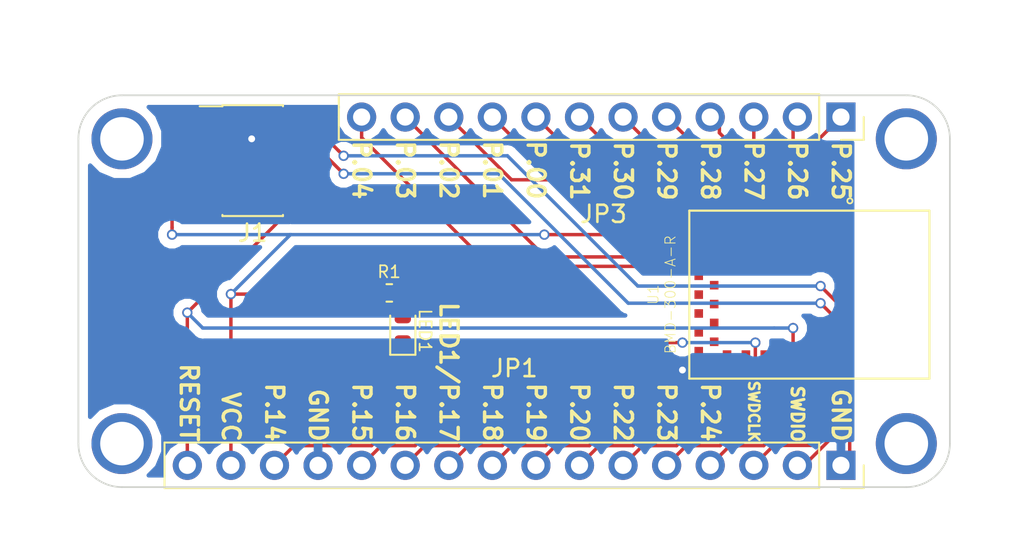
<source format=kicad_pcb>
(kicad_pcb (version 20171130) (host pcbnew "(5.0.1)-3")

  (general
    (thickness 1.6)
    (drawings 36)
    (tracks 298)
    (zones 0)
    (modules 7)
    (nets 42)
  )

  (page A4)
  (title_block
    (date "sam. 04 avril 2015")
  )

  (layers
    (0 F.Cu signal)
    (31 B.Cu signal)
    (32 B.Adhes user)
    (33 F.Adhes user)
    (34 B.Paste user)
    (35 F.Paste user)
    (36 B.SilkS user)
    (37 F.SilkS user)
    (38 B.Mask user)
    (39 F.Mask user)
    (40 Dwgs.User user)
    (41 Cmts.User user)
    (42 Eco1.User user)
    (43 Eco2.User user)
    (44 Edge.Cuts user)
    (45 Margin user)
    (46 B.CrtYd user)
    (47 F.CrtYd user)
    (48 B.Fab user)
    (49 F.Fab user)
  )

  (setup
    (last_trace_width 0.2)
    (user_trace_width 0.2)
    (trace_clearance 0.2)
    (zone_clearance 0.508)
    (zone_45_only no)
    (trace_min 0.2)
    (segment_width 0.15)
    (edge_width 0.1)
    (via_size 0.6)
    (via_drill 0.4)
    (via_min_size 0.4)
    (via_min_drill 0.3)
    (uvia_size 0.3)
    (uvia_drill 0.1)
    (uvias_allowed no)
    (uvia_min_size 0.2)
    (uvia_min_drill 0.1)
    (pcb_text_width 0.3)
    (pcb_text_size 1.5 1.5)
    (mod_edge_width 0.15)
    (mod_text_size 1 1)
    (mod_text_width 0.15)
    (pad_size 2.4 0.74)
    (pad_drill 0)
    (pad_to_mask_clearance 0)
    (solder_mask_min_width 0.25)
    (aux_axis_origin 137.16 114.3)
    (grid_origin 130.67 117.3125)
    (visible_elements 7FFFFFFF)
    (pcbplotparams
      (layerselection 0x030e8_ffffffff)
      (usegerberextensions false)
      (usegerberattributes false)
      (usegerberadvancedattributes false)
      (creategerberjobfile false)
      (excludeedgelayer true)
      (linewidth 0.100000)
      (plotframeref false)
      (viasonmask false)
      (mode 1)
      (useauxorigin false)
      (hpglpennumber 1)
      (hpglpenspeed 20)
      (hpglpendiameter 15.000000)
      (psnegative false)
      (psa4output false)
      (plotreference true)
      (plotvalue true)
      (plotinvisibletext false)
      (padsonsilk false)
      (subtractmaskfromsilk false)
      (outputformat 1)
      (mirror false)
      (drillshape 0)
      (scaleselection 1)
      (outputdirectory "GreberOutput/"))
  )

  (net 0 "")
  (net 1 GND)
  (net 2 VCC)
  (net 3 /~RESET)
  (net 4 "Net-(J1-Pad6)")
  (net 5 "Net-(J1-Pad7)")
  (net 6 "Net-(J1-Pad8)")
  (net 7 "Net-(J1-Pad9)")
  (net 8 /SWDIO)
  (net 9 /SWDCLK)
  (net 10 "Net-(U1-Pad21)")
  (net 11 "Net-(U1-Pad22)")
  (net 12 "Net-(U1-Pad23)")
  (net 13 "Net-(U1-Pad24)")
  (net 14 "Net-(U1-Pad25)")
  (net 15 "Net-(U1-Pad26)")
  (net 16 "Net-(U1-Pad27)")
  (net 17 "Net-(U1-Pad28)")
  (net 18 "Net-(U1-Pad31)")
  (net 19 /P.24)
  (net 20 /P.23)
  (net 21 /P.22)
  (net 22 /P.20)
  (net 23 /P.19)
  (net 24 /P.18)
  (net 25 /P.17)
  (net 26 /P.16)
  (net 27 /P.15)
  (net 28 /P.14)
  (net 29 /P.25)
  (net 30 /P.26)
  (net 31 /P.27)
  (net 32 /P.28)
  (net 33 /P.29)
  (net 34 /P.30)
  (net 35 /P.31)
  (net 36 /P.00)
  (net 37 /P.01)
  (net 38 /P.02)
  (net 39 /P.03)
  (net 40 /P.04)
  (net 41 "Net-(LED1-Pad2)")

  (net_class Default "This is the default net class."
    (clearance 0.2)
    (trace_width 0.25)
    (via_dia 0.6)
    (via_drill 0.4)
    (uvia_dia 0.3)
    (uvia_drill 0.1)
    (add_net /P.00)
    (add_net /P.01)
    (add_net /P.02)
    (add_net /P.03)
    (add_net /P.04)
    (add_net /P.14)
    (add_net /P.15)
    (add_net /P.16)
    (add_net /P.17)
    (add_net /P.18)
    (add_net /P.19)
    (add_net /P.20)
    (add_net /P.22)
    (add_net /P.23)
    (add_net /P.24)
    (add_net /P.25)
    (add_net /P.26)
    (add_net /P.27)
    (add_net /P.28)
    (add_net /P.29)
    (add_net /P.30)
    (add_net /P.31)
    (add_net /SWDCLK)
    (add_net /SWDIO)
    (add_net /~RESET)
    (add_net GND)
    (add_net "Net-(J1-Pad6)")
    (add_net "Net-(J1-Pad7)")
    (add_net "Net-(J1-Pad8)")
    (add_net "Net-(J1-Pad9)")
    (add_net "Net-(LED1-Pad2)")
    (add_net "Net-(U1-Pad21)")
    (add_net "Net-(U1-Pad22)")
    (add_net "Net-(U1-Pad23)")
    (add_net "Net-(U1-Pad24)")
    (add_net "Net-(U1-Pad25)")
    (add_net "Net-(U1-Pad26)")
    (add_net "Net-(U1-Pad27)")
    (add_net "Net-(U1-Pad28)")
    (add_net "Net-(U1-Pad31)")
    (add_net VCC)
  )

  (module Connector_PinSocket_2.54mm:PinSocket_1x16_P2.54mm_Vertical (layer F.Cu) (tedit 5BFA9B1D) (tstamp 5BF7C5AA)
    (at 156.21 124.46 270)
    (descr "Through hole straight socket strip, 1x16, 2.54mm pitch, single row (from Kicad 4.0.7), script generated")
    (tags "Through hole socket strip THT 1x16 2.54mm single row")
    (path /56D755F3)
    (fp_text reference JP1 (at -5.66 19.04) (layer F.SilkS)
      (effects (font (size 1 1) (thickness 0.15)))
    )
    (fp_text value PinHeader_01x16_2.54mm (at 2.54 29.21) (layer F.Fab)
      (effects (font (size 1 1) (thickness 0.15)))
    )
    (fp_line (start -1.27 -1.27) (end 0.635 -1.27) (layer F.Fab) (width 0.1))
    (fp_line (start 0.635 -1.27) (end 1.27 -0.635) (layer F.Fab) (width 0.1))
    (fp_line (start 1.27 -0.635) (end 1.27 39.37) (layer F.Fab) (width 0.1))
    (fp_line (start 1.27 39.37) (end -1.27 39.37) (layer F.Fab) (width 0.1))
    (fp_line (start -1.27 39.37) (end -1.27 -1.27) (layer F.Fab) (width 0.1))
    (fp_line (start -1.33 1.27) (end 1.33 1.27) (layer F.SilkS) (width 0.12))
    (fp_line (start -1.33 1.27) (end -1.33 39.43) (layer F.SilkS) (width 0.12))
    (fp_line (start -1.33 39.43) (end 1.33 39.43) (layer F.SilkS) (width 0.12))
    (fp_line (start 1.33 1.27) (end 1.33 39.43) (layer F.SilkS) (width 0.12))
    (fp_line (start 1.33 -1.33) (end 1.33 0) (layer F.SilkS) (width 0.12))
    (fp_line (start 0 -1.33) (end 1.33 -1.33) (layer F.SilkS) (width 0.12))
    (fp_line (start -1.8 -1.8) (end 1.75 -1.8) (layer F.CrtYd) (width 0.05))
    (fp_line (start 1.75 -1.8) (end 1.75 39.9) (layer F.CrtYd) (width 0.05))
    (fp_line (start 1.75 39.9) (end -1.8 39.9) (layer F.CrtYd) (width 0.05))
    (fp_line (start -1.8 39.9) (end -1.8 -1.8) (layer F.CrtYd) (width 0.05))
    (fp_text user %R (at 0 19.05) (layer F.Fab)
      (effects (font (size 1 1) (thickness 0.15)))
    )
    (pad 1 thru_hole rect (at 0 0 270) (size 1.7 1.7) (drill 1) (layers *.Cu *.Mask)
      (net 1 GND))
    (pad 2 thru_hole oval (at 0 2.54 270) (size 1.7 1.7) (drill 1) (layers *.Cu *.Mask)
      (net 8 /SWDIO))
    (pad 3 thru_hole oval (at 0 5.08 270) (size 1.7 1.7) (drill 1) (layers *.Cu *.Mask)
      (net 9 /SWDCLK))
    (pad 4 thru_hole oval (at 0 7.62 270) (size 1.7 1.7) (drill 1) (layers *.Cu *.Mask)
      (net 19 /P.24))
    (pad 5 thru_hole oval (at 0 10.16 270) (size 1.7 1.7) (drill 1) (layers *.Cu *.Mask)
      (net 20 /P.23))
    (pad 6 thru_hole oval (at 0 12.7 270) (size 1.7 1.7) (drill 1) (layers *.Cu *.Mask)
      (net 21 /P.22))
    (pad 7 thru_hole oval (at 0 15.24 270) (size 1.7 1.7) (drill 1) (layers *.Cu *.Mask)
      (net 22 /P.20))
    (pad 8 thru_hole oval (at 0 17.78 270) (size 1.7 1.7) (drill 1) (layers *.Cu *.Mask)
      (net 23 /P.19))
    (pad 9 thru_hole oval (at 0 20.32 270) (size 1.7 1.7) (drill 1) (layers *.Cu *.Mask)
      (net 24 /P.18))
    (pad 10 thru_hole oval (at 0 22.86 270) (size 1.7 1.7) (drill 1) (layers *.Cu *.Mask)
      (net 25 /P.17))
    (pad 11 thru_hole oval (at 0 25.4 270) (size 1.7 1.7) (drill 1) (layers *.Cu *.Mask)
      (net 26 /P.16))
    (pad 12 thru_hole oval (at 0 27.94 270) (size 1.7 1.7) (drill 1) (layers *.Cu *.Mask)
      (net 27 /P.15))
    (pad 13 thru_hole oval (at 0 30.48 270) (size 1.7 1.7) (drill 1) (layers *.Cu *.Mask)
      (net 1 GND))
    (pad 14 thru_hole oval (at 0 33.02 270) (size 1.7 1.7) (drill 1) (layers *.Cu *.Mask)
      (net 28 /P.14))
    (pad 15 thru_hole oval (at 0 35.56 270) (size 1.7 1.7) (drill 1) (layers *.Cu *.Mask)
      (net 2 VCC))
    (pad 16 thru_hole oval (at 0 38.1 270) (size 1.7 1.7) (drill 1) (layers *.Cu *.Mask)
      (net 3 /~RESET))
    (model ${KISYS3DMOD}/Connector_PinSocket_2.54mm.3dshapes/PinSocket_1x16_P2.54mm_Vertical.wrl
      (at (xyz 0 0 0))
      (scale (xyz 1 1 1))
      (rotate (xyz 0 0 0))
    )
  )

  (module Adafruit_FeatherWing:PCB_FeatherWing (layer F.Cu) (tedit 58EF14C7) (tstamp 58EF202D)
    (at 137.16 114.3)
    (fp_text reference PCB** (at 0 1) (layer F.Fab)
      (effects (font (size 0.6 0.6) (thickness 0.1)))
    )
    (fp_text value VAL** (at 0 0 180) (layer F.Fab)
      (effects (font (size 0.6 0.5) (thickness 0.1)))
    )
    (fp_text user 12 (at -8.89 -10.922) (layer Cmts.User)
      (effects (font (size 0.3 0.25) (thickness 0.03)))
    )
    (fp_text user 11 (at -6.35 -10.922) (layer Cmts.User)
      (effects (font (size 0.3 0.25) (thickness 0.03)))
    )
    (fp_text user 10 (at -3.81 -10.922) (layer Cmts.User)
      (effects (font (size 0.3 0.25) (thickness 0.03)))
    )
    (fp_text user 9 (at -1.27 -10.922) (layer Cmts.User)
      (effects (font (size 0.3 0.25) (thickness 0.03)))
    )
    (fp_text user 8 (at 1.27 -10.922) (layer Cmts.User)
      (effects (font (size 0.3 0.25) (thickness 0.03)))
    )
    (fp_text user 7 (at 3.81 -10.922) (layer Cmts.User)
      (effects (font (size 0.3 0.25) (thickness 0.03)))
    )
    (fp_text user 6 (at 6.35 -10.922) (layer Cmts.User)
      (effects (font (size 0.3 0.25) (thickness 0.03)))
    )
    (fp_text user 5 (at 8.89 -10.922) (layer Cmts.User)
      (effects (font (size 0.3 0.25) (thickness 0.03)))
    )
    (fp_text user 4 (at 11.43 -10.922) (layer Cmts.User)
      (effects (font (size 0.3 0.25) (thickness 0.03)))
    )
    (fp_text user 3 (at 13.97 -10.922) (layer Cmts.User)
      (effects (font (size 0.3 0.25) (thickness 0.03)))
    )
    (fp_text user 2 (at 16.51 -10.922) (layer Cmts.User)
      (effects (font (size 0.3 0.25) (thickness 0.03)))
    )
    (fp_text user 1 (at 19.05 -10.922) (layer Cmts.User)
      (effects (font (size 0.3 0.25) (thickness 0.03)))
    )
    (fp_text user 16 (at -19.05 10.922) (layer Cmts.User)
      (effects (font (size 0.3 0.25) (thickness 0.03)))
    )
    (fp_text user 15 (at -16.51 10.922) (layer Cmts.User)
      (effects (font (size 0.3 0.25) (thickness 0.03)))
    )
    (fp_text user 14 (at -13.97 10.922) (layer Cmts.User)
      (effects (font (size 0.3 0.25) (thickness 0.03)))
    )
    (fp_text user 13 (at -11.43 10.922) (layer Cmts.User)
      (effects (font (size 0.3 0.25) (thickness 0.03)))
    )
    (fp_text user 12 (at -8.89 10.922) (layer Cmts.User)
      (effects (font (size 0.3 0.25) (thickness 0.03)))
    )
    (fp_text user 11 (at -6.35 10.922) (layer Cmts.User)
      (effects (font (size 0.3 0.25) (thickness 0.03)))
    )
    (fp_text user 10 (at -3.81 10.922) (layer Cmts.User)
      (effects (font (size 0.3 0.25) (thickness 0.03)))
    )
    (fp_text user 9 (at -1.27 10.922) (layer Cmts.User)
      (effects (font (size 0.3 0.25) (thickness 0.03)))
    )
    (fp_text user 8 (at 1.27 10.922) (layer Cmts.User)
      (effects (font (size 0.3 0.25) (thickness 0.03)))
    )
    (fp_text user 7 (at 3.81 10.922) (layer Cmts.User)
      (effects (font (size 0.3 0.25) (thickness 0.03)))
    )
    (fp_text user 6 (at 6.35 10.922) (layer Cmts.User)
      (effects (font (size 0.3 0.25) (thickness 0.03)))
    )
    (fp_text user 5 (at 8.89 10.922) (layer Cmts.User)
      (effects (font (size 0.3 0.25) (thickness 0.03)))
    )
    (fp_text user 4 (at 11.43 10.922) (layer Cmts.User)
      (effects (font (size 0.3 0.25) (thickness 0.03)))
    )
    (fp_text user 3 (at 13.97 10.922) (layer Cmts.User)
      (effects (font (size 0.3 0.25) (thickness 0.03)))
    )
    (fp_text user 2 (at 16.51 10.922) (layer Cmts.User)
      (effects (font (size 0.3 0.25) (thickness 0.03)))
    )
    (fp_circle (center -8.89 -10.16) (end -8.382 -10.16) (layer Cmts.User) (width 0.05))
    (fp_circle (center -6.35 -10.16) (end -5.842 -10.16) (layer Cmts.User) (width 0.05))
    (fp_circle (center -3.81 -10.16) (end -3.302 -10.16) (layer Cmts.User) (width 0.05))
    (fp_circle (center -1.27 -10.16) (end -0.762 -10.16) (layer Cmts.User) (width 0.05))
    (fp_circle (center 1.27 -10.16) (end 1.778 -10.16) (layer Cmts.User) (width 0.05))
    (fp_circle (center 3.81 -10.16) (end 4.318 -10.16) (layer Cmts.User) (width 0.05))
    (fp_circle (center 6.35 -10.16) (end 6.858 -10.16) (layer Cmts.User) (width 0.05))
    (fp_circle (center 8.89 -10.16) (end 9.398 -10.16) (layer Cmts.User) (width 0.05))
    (fp_circle (center 11.43 -10.16) (end 11.938 -10.16) (layer Cmts.User) (width 0.05))
    (fp_circle (center 13.97 -10.16) (end 14.478 -10.16) (layer Cmts.User) (width 0.05))
    (fp_circle (center 16.51 -10.16) (end 17.018 -10.16) (layer Cmts.User) (width 0.05))
    (fp_circle (center 19.05 -10.16) (end 19.558 -10.16) (layer Cmts.User) (width 0.05))
    (fp_circle (center -19.05 10.16) (end -18.542 10.16) (layer Cmts.User) (width 0.05))
    (fp_circle (center -16.51 10.16) (end -16.002 10.16) (layer Cmts.User) (width 0.05))
    (fp_circle (center -13.97 10.16) (end -13.462 10.16) (layer Cmts.User) (width 0.05))
    (fp_circle (center -11.43 10.16) (end -10.922 10.16) (layer Cmts.User) (width 0.05))
    (fp_circle (center -8.89 10.16) (end -8.382 10.16) (layer Cmts.User) (width 0.05))
    (fp_circle (center -6.35 10.16) (end -5.842 10.16) (layer Cmts.User) (width 0.05))
    (fp_circle (center -3.81 10.16) (end -3.302 10.16) (layer Cmts.User) (width 0.05))
    (fp_circle (center -1.27 10.16) (end -0.762 10.16) (layer Cmts.User) (width 0.05))
    (fp_circle (center 1.27 10.16) (end 1.778 10.16) (layer Cmts.User) (width 0.05))
    (fp_circle (center 3.81 10.16) (end 4.318 10.16) (layer Cmts.User) (width 0.05))
    (fp_circle (center 6.35 10.16) (end 6.858 10.16) (layer Cmts.User) (width 0.05))
    (fp_circle (center 8.89 10.16) (end 9.398 10.16) (layer Cmts.User) (width 0.05))
    (fp_circle (center 11.43 10.16) (end 11.938 10.16) (layer Cmts.User) (width 0.05))
    (fp_circle (center 13.97 10.16) (end 14.478 10.16) (layer Cmts.User) (width 0.05))
    (fp_circle (center 16.51 10.16) (end 17.018 10.16) (layer Cmts.User) (width 0.05))
    (fp_line (start -9.398 -9.652) (end -8.382 -10.668) (layer Cmts.User) (width 0.05))
    (fp_line (start -6.858 -9.652) (end -5.842 -10.668) (layer Cmts.User) (width 0.05))
    (fp_line (start -4.318 -9.652) (end -3.302 -10.668) (layer Cmts.User) (width 0.05))
    (fp_line (start -1.778 -9.652) (end -0.762 -10.668) (layer Cmts.User) (width 0.05))
    (fp_line (start 0.762 -9.652) (end 1.778 -10.668) (layer Cmts.User) (width 0.05))
    (fp_line (start 3.302 -9.652) (end 4.318 -10.668) (layer Cmts.User) (width 0.05))
    (fp_line (start 5.842 -9.652) (end 6.858 -10.668) (layer Cmts.User) (width 0.05))
    (fp_line (start 8.382 -9.652) (end 9.398 -10.668) (layer Cmts.User) (width 0.05))
    (fp_line (start 10.922 -9.652) (end 11.938 -10.668) (layer Cmts.User) (width 0.05))
    (fp_line (start 13.462 -9.652) (end 14.478 -10.668) (layer Cmts.User) (width 0.05))
    (fp_line (start 16.002 -9.652) (end 17.018 -10.668) (layer Cmts.User) (width 0.05))
    (fp_line (start 18.542 -9.652) (end 19.558 -10.668) (layer Cmts.User) (width 0.05))
    (fp_line (start -19.558 10.668) (end -18.542 9.652) (layer Cmts.User) (width 0.05))
    (fp_line (start -17.018 10.668) (end -16.002 9.652) (layer Cmts.User) (width 0.05))
    (fp_line (start -14.478 10.668) (end -13.462 9.652) (layer Cmts.User) (width 0.05))
    (fp_line (start -11.938 10.668) (end -10.922 9.652) (layer Cmts.User) (width 0.05))
    (fp_line (start -9.398 10.668) (end -8.382 9.652) (layer Cmts.User) (width 0.05))
    (fp_line (start -6.858 10.668) (end -5.842 9.652) (layer Cmts.User) (width 0.05))
    (fp_line (start -4.318 10.668) (end -3.302 9.652) (layer Cmts.User) (width 0.05))
    (fp_line (start -1.778 10.668) (end -0.762 9.652) (layer Cmts.User) (width 0.05))
    (fp_line (start 0.762 10.668) (end 1.778 9.652) (layer Cmts.User) (width 0.05))
    (fp_line (start 3.302 10.668) (end 4.318 9.652) (layer Cmts.User) (width 0.05))
    (fp_line (start 5.842 10.668) (end 6.858 9.652) (layer Cmts.User) (width 0.05))
    (fp_line (start 8.382 10.668) (end 9.398 9.652) (layer Cmts.User) (width 0.05))
    (fp_line (start 10.922 10.668) (end 11.938 9.652) (layer Cmts.User) (width 0.05))
    (fp_line (start 13.462 10.668) (end 14.478 9.652) (layer Cmts.User) (width 0.05))
    (fp_line (start 16.002 10.668) (end 17.018 9.652) (layer Cmts.User) (width 0.05))
    (fp_line (start -9.398 -10.668) (end -8.382 -9.652) (layer Cmts.User) (width 0.05))
    (fp_line (start -6.858 -10.668) (end -5.842 -9.652) (layer Cmts.User) (width 0.05))
    (fp_line (start -4.318 -10.668) (end -3.302 -9.652) (layer Cmts.User) (width 0.05))
    (fp_line (start -1.778 -10.668) (end -0.762 -9.652) (layer Cmts.User) (width 0.05))
    (fp_line (start 0.762 -10.668) (end 1.778 -9.652) (layer Cmts.User) (width 0.05))
    (fp_line (start 3.302 -10.668) (end 4.318 -9.652) (layer Cmts.User) (width 0.05))
    (fp_line (start 5.842 -10.668) (end 6.858 -9.652) (layer Cmts.User) (width 0.05))
    (fp_line (start 8.382 -10.668) (end 9.398 -9.652) (layer Cmts.User) (width 0.05))
    (fp_line (start 10.922 -10.668) (end 11.938 -9.652) (layer Cmts.User) (width 0.05))
    (fp_line (start 13.462 -10.668) (end 14.478 -9.652) (layer Cmts.User) (width 0.05))
    (fp_line (start 16.002 -10.668) (end 17.018 -9.652) (layer Cmts.User) (width 0.05))
    (fp_line (start 18.542 -10.668) (end 19.558 -9.652) (layer Cmts.User) (width 0.05))
    (fp_line (start -19.558 9.652) (end -18.542 10.668) (layer Cmts.User) (width 0.05))
    (fp_line (start -17.018 9.652) (end -16.002 10.668) (layer Cmts.User) (width 0.05))
    (fp_line (start -14.478 9.652) (end -13.462 10.668) (layer Cmts.User) (width 0.05))
    (fp_line (start -11.938 9.652) (end -10.922 10.668) (layer Cmts.User) (width 0.05))
    (fp_line (start -9.398 9.652) (end -8.382 10.668) (layer Cmts.User) (width 0.05))
    (fp_line (start -6.858 9.652) (end -5.842 10.668) (layer Cmts.User) (width 0.05))
    (fp_line (start -4.318 9.652) (end -3.302 10.668) (layer Cmts.User) (width 0.05))
    (fp_line (start -1.778 9.652) (end -0.762 10.668) (layer Cmts.User) (width 0.05))
    (fp_line (start 0.762 9.652) (end 1.778 10.668) (layer Cmts.User) (width 0.05))
    (fp_line (start 3.302 9.652) (end 4.318 10.668) (layer Cmts.User) (width 0.05))
    (fp_line (start 5.842 9.652) (end 6.858 10.668) (layer Cmts.User) (width 0.05))
    (fp_line (start 8.382 9.652) (end 9.398 10.668) (layer Cmts.User) (width 0.05))
    (fp_line (start 10.922 9.652) (end 11.938 10.668) (layer Cmts.User) (width 0.05))
    (fp_line (start 13.462 9.652) (end 14.478 10.668) (layer Cmts.User) (width 0.05))
    (fp_line (start 16.002 9.652) (end 17.018 10.668) (layer Cmts.User) (width 0.05))
    (fp_text user 1 (at 19.05 10.922) (layer Cmts.User)
      (effects (font (size 0.3 0.25) (thickness 0.03)))
    )
    (fp_line (start 18.542 9.652) (end 19.558 10.668) (layer Cmts.User) (width 0.05))
    (fp_line (start 18.542 10.668) (end 19.558 9.652) (layer Cmts.User) (width 0.05))
    (fp_circle (center 19.05 10.16) (end 19.558 10.16) (layer Cmts.User) (width 0.05))
    (fp_line (start 22.86 -11.43) (end -22.86 -11.43) (layer Dwgs.User) (width 0.05))
    (fp_line (start 25.4 8.89) (end 25.4 -8.89) (layer Dwgs.User) (width 0.05))
    (fp_line (start -22.86 11.43) (end 22.86 11.43) (layer Dwgs.User) (width 0.05))
    (fp_line (start -25.4 -8.89) (end -25.4 8.89) (layer Dwgs.User) (width 0.05))
    (fp_arc (start 22.86 -8.89) (end 22.86 -11.43) (angle 90) (layer Dwgs.User) (width 0.05))
    (fp_arc (start 22.86 8.89) (end 22.86 11.43) (angle -88.9) (layer Dwgs.User) (width 0.05))
    (fp_arc (start -22.86 8.89) (end -22.86 11.43) (angle 90) (layer Dwgs.User) (width 0.05))
    (fp_arc (start -22.86 -8.89) (end -25.4 -8.89) (angle 90) (layer Dwgs.User) (width 0.05))
    (fp_text user %R (at 17.78 8.89 180) (layer Eco1.User)
      (effects (font (size 0.3 0.3) (thickness 0.03)))
    )
    (pad "" np_thru_hole circle (at 22.86 8.89) (size 3.556 3.556) (drill 2.54) (layers *.Cu *.Mask))
    (pad "" np_thru_hole circle (at -22.86 8.89) (size 3.556 3.556) (drill 2.54) (layers *.Cu *.Mask))
    (pad "" np_thru_hole circle (at 22.86 -8.89) (size 3.556 3.556) (drill 2.54) (layers *.Cu *.Mask))
    (pad "" np_thru_hole circle (at -22.86 -8.89) (size 3.556 3.556) (drill 2.54) (layers *.Cu *.Mask))
  )

  (module Connector_PinSocket_2.54mm:PinSocket_1x12_P2.54mm_Vertical (layer F.Cu) (tedit 5BFA9B4D) (tstamp 5BF7C5CA)
    (at 156.21 104.14 270)
    (descr "Through hole straight socket strip, 1x12, 2.54mm pitch, single row (from Kicad 4.0.7), script generated")
    (tags "Through hole socket strip THT 1x12 2.54mm single row")
    (path /56D754D1)
    (fp_text reference JP3 (at 5.66 13.84) (layer F.SilkS)
      (effects (font (size 1 1) (thickness 0.15)))
    )
    (fp_text value PinHeader_01x12_2.54mm (at -2.54 19.05) (layer F.Fab)
      (effects (font (size 1 1) (thickness 0.15)))
    )
    (fp_line (start -1.27 -1.27) (end 0.635 -1.27) (layer F.Fab) (width 0.1))
    (fp_line (start 0.635 -1.27) (end 1.27 -0.635) (layer F.Fab) (width 0.1))
    (fp_line (start 1.27 -0.635) (end 1.27 29.21) (layer F.Fab) (width 0.1))
    (fp_line (start 1.27 29.21) (end -1.27 29.21) (layer F.Fab) (width 0.1))
    (fp_line (start -1.27 29.21) (end -1.27 -1.27) (layer F.Fab) (width 0.1))
    (fp_line (start -1.33 1.27) (end 1.33 1.27) (layer F.SilkS) (width 0.12))
    (fp_line (start -1.33 1.27) (end -1.33 29.27) (layer F.SilkS) (width 0.12))
    (fp_line (start -1.33 29.27) (end 1.33 29.27) (layer F.SilkS) (width 0.12))
    (fp_line (start 1.33 1.27) (end 1.33 29.27) (layer F.SilkS) (width 0.12))
    (fp_line (start 1.33 -1.33) (end 1.33 0) (layer F.SilkS) (width 0.12))
    (fp_line (start 0 -1.33) (end 1.33 -1.33) (layer F.SilkS) (width 0.12))
    (fp_line (start -1.8 -1.8) (end 1.75 -1.8) (layer F.CrtYd) (width 0.05))
    (fp_line (start 1.75 -1.8) (end 1.75 29.7) (layer F.CrtYd) (width 0.05))
    (fp_line (start 1.75 29.7) (end -1.8 29.7) (layer F.CrtYd) (width 0.05))
    (fp_line (start -1.8 29.7) (end -1.8 -1.8) (layer F.CrtYd) (width 0.05))
    (fp_text user %R (at 0 13.97) (layer F.Fab)
      (effects (font (size 1 1) (thickness 0.15)))
    )
    (pad 1 thru_hole rect (at 0 0 270) (size 1.7 1.7) (drill 1) (layers *.Cu *.Mask)
      (net 29 /P.25))
    (pad 2 thru_hole oval (at 0 2.54 270) (size 1.7 1.7) (drill 1) (layers *.Cu *.Mask)
      (net 30 /P.26))
    (pad 3 thru_hole oval (at 0 5.08 270) (size 1.7 1.7) (drill 1) (layers *.Cu *.Mask)
      (net 31 /P.27))
    (pad 4 thru_hole oval (at 0 7.62 270) (size 1.7 1.7) (drill 1) (layers *.Cu *.Mask)
      (net 32 /P.28))
    (pad 5 thru_hole oval (at 0 10.16 270) (size 1.7 1.7) (drill 1) (layers *.Cu *.Mask)
      (net 33 /P.29))
    (pad 6 thru_hole oval (at 0 12.7 270) (size 1.7 1.7) (drill 1) (layers *.Cu *.Mask)
      (net 34 /P.30))
    (pad 7 thru_hole oval (at 0 15.24 270) (size 1.7 1.7) (drill 1) (layers *.Cu *.Mask)
      (net 35 /P.31))
    (pad 8 thru_hole oval (at 0 17.78 270) (size 1.7 1.7) (drill 1) (layers *.Cu *.Mask)
      (net 36 /P.00))
    (pad 9 thru_hole oval (at 0 20.32 270) (size 1.7 1.7) (drill 1) (layers *.Cu *.Mask)
      (net 37 /P.01))
    (pad 10 thru_hole oval (at 0 22.86 270) (size 1.7 1.7) (drill 1) (layers *.Cu *.Mask)
      (net 38 /P.02))
    (pad 11 thru_hole oval (at 0 25.4 270) (size 1.7 1.7) (drill 1) (layers *.Cu *.Mask)
      (net 39 /P.03))
    (pad 12 thru_hole oval (at 0 27.94 270) (size 1.7 1.7) (drill 1) (layers *.Cu *.Mask)
      (net 40 /P.04))
    (model ${KISYS3DMOD}/Connector_PinSocket_2.54mm.3dshapes/PinSocket_1x12_P2.54mm_Vertical.wrl
      (at (xyz 0 0 0))
      (scale (xyz 1 1 1))
      (rotate (xyz 0 0 0))
    )
  )

  (module BMD-300-A-R:RIGADO_BMD-300-A-R (layer F.Cu) (tedit 5BFD233A) (tstamp 5BFA8441)
    (at 154.37 114.5 180)
    (path /5BF7C127)
    (attr smd)
    (fp_text reference U1 (at 9.1 0 270) (layer F.SilkS)
      (effects (font (size 0.6 0.6) (thickness 0.05)))
    )
    (fp_text value BMD-300-A-R (at 8.1 0 90) (layer F.SilkS)
      (effects (font (size 0.6 0.6) (thickness 0.05)))
    )
    (fp_poly (pts (xy -7.63125 -5.08) (xy -2.6 -5.08) (xy -2.6 5.0875) (xy -7.63125 5.0875)) (layer Dwgs.User) (width 0))
    (fp_circle (center -2.36 5.47) (end -2.21 5.47) (layer F.SilkS) (width 0.1))
    (fp_line (start 7.25 5.25) (end 7.25 -5.25) (layer Eco1.User) (width 0.05))
    (fp_line (start -7.25 5.25) (end 7.25 5.25) (layer Eco1.User) (width 0.05))
    (fp_line (start -7.25 -5.25) (end -7.25 5.25) (layer Eco1.User) (width 0.05))
    (fp_line (start 7.25 -5.25) (end -7.25 -5.25) (layer Eco1.User) (width 0.05))
    (fp_line (start 7 -4.9) (end -7 -4.9) (layer F.SilkS) (width 0.127))
    (fp_line (start 7 4.9) (end 7 -4.9) (layer F.SilkS) (width 0.127))
    (fp_line (start -7 4.9) (end 7 4.9) (layer F.SilkS) (width 0.127))
    (fp_line (start -7 -4.9) (end -7 4.9) (layer F.SilkS) (width 0.127))
    (pad 47 smd rect (at -2.35 1.65 180) (size 0.5 0.5) (layers F.Cu F.Paste F.Mask)
      (net 1 GND))
    (pad 46 smd rect (at -2.35 -1.65 180) (size 0.5 0.5) (layers F.Cu F.Paste F.Mask)
      (net 1 GND))
    (pad 45 smd rect (at -2.35 -4.4 180) (size 0.5 0.5) (layers F.Cu F.Paste F.Mask)
      (net 1 GND))
    (pad 44 smd rect (at -1.8 -3.5 180) (size 0.5 0.5) (layers F.Cu F.Paste F.Mask)
      (net 8 /SWDIO))
    (pad 43 smd rect (at -1.25 -4.4 180) (size 0.5 0.5) (layers F.Cu F.Paste F.Mask)
      (net 9 /SWDCLK))
    (pad 42 smd rect (at -0.7 -3.5 180) (size 0.5 0.5) (layers F.Cu F.Paste F.Mask)
      (net 19 /P.24))
    (pad 41 smd rect (at -0.15 -4.4 180) (size 0.5 0.5) (layers F.Cu F.Paste F.Mask)
      (net 20 /P.23))
    (pad 40 smd rect (at 0.4 -3.5 180) (size 0.5 0.5) (layers F.Cu F.Paste F.Mask)
      (net 21 /P.22))
    (pad 39 smd rect (at 0.95 -4.4 180) (size 0.5 0.5) (layers F.Cu F.Paste F.Mask)
      (net 3 /~RESET))
    (pad 38 smd rect (at 1.5 -3.5 180) (size 0.5 0.5) (layers F.Cu F.Paste F.Mask)
      (net 22 /P.20))
    (pad 37 smd rect (at 2.05 -4.4 180) (size 0.5 0.5) (layers F.Cu F.Paste F.Mask)
      (net 23 /P.19))
    (pad 36 smd rect (at 2.6 -3.5 180) (size 0.5 0.5) (layers F.Cu F.Paste F.Mask)
      (net 24 /P.18))
    (pad 35 smd rect (at 3.15 -4.4 180) (size 0.5 0.5) (layers F.Cu F.Paste F.Mask)
      (net 25 /P.17))
    (pad 34 smd rect (at 3.7 -3.5 180) (size 0.5 0.5) (layers F.Cu F.Paste F.Mask)
      (net 26 /P.16))
    (pad 33 smd rect (at 4.25 -4.4 180) (size 0.5 0.5) (layers F.Cu F.Paste F.Mask)
      (net 27 /P.15))
    (pad 32 smd rect (at 4.8 -3.5 180) (size 0.5 0.5) (layers F.Cu F.Paste F.Mask)
      (net 28 /P.14))
    (pad 31 smd rect (at 5.35 -4.4 180) (size 0.5 0.5) (layers F.Cu F.Paste F.Mask)
      (net 18 "Net-(U1-Pad31)"))
    (pad 30 smd rect (at 6.45 -4.4 180) (size 0.5 0.5) (layers F.Cu F.Paste F.Mask)
      (net 1 GND))
    (pad 29 smd rect (at 6.45 -3.3 180) (size 0.5 0.5) (layers F.Cu F.Paste F.Mask)
      (net 1 GND))
    (pad 28 smd rect (at 5.55 -2.75 180) (size 0.5 0.5) (layers F.Cu F.Paste F.Mask)
      (net 17 "Net-(U1-Pad28)"))
    (pad 27 smd rect (at 6.45 -2.2 180) (size 0.5 0.5) (layers F.Cu F.Paste F.Mask)
      (net 16 "Net-(U1-Pad27)"))
    (pad 26 smd rect (at 5.55 -1.65 180) (size 0.5 0.5) (layers F.Cu F.Paste F.Mask)
      (net 15 "Net-(U1-Pad26)"))
    (pad 25 smd rect (at 6.45 -1.1 180) (size 0.5 0.5) (layers F.Cu F.Paste F.Mask)
      (net 14 "Net-(U1-Pad25)"))
    (pad 24 smd rect (at 5.55 -0.55 180) (size 0.5 0.5) (layers F.Cu F.Paste F.Mask)
      (net 13 "Net-(U1-Pad24)"))
    (pad 23 smd rect (at 6.45 0 180) (size 0.5 0.5) (layers F.Cu F.Paste F.Mask)
      (net 12 "Net-(U1-Pad23)"))
    (pad 22 smd rect (at 5.55 0.55 180) (size 0.5 0.5) (layers F.Cu F.Paste F.Mask)
      (net 11 "Net-(U1-Pad22)"))
    (pad 21 smd rect (at 6.45 1.1 180) (size 0.5 0.5) (layers F.Cu F.Paste F.Mask)
      (net 10 "Net-(U1-Pad21)"))
    (pad 20 smd rect (at 5.55 1.65 180) (size 0.5 0.5) (layers F.Cu F.Paste F.Mask)
      (net 40 /P.04))
    (pad 19 smd rect (at 6.45 2.2 180) (size 0.5 0.5) (layers F.Cu F.Paste F.Mask)
      (net 39 /P.03))
    (pad 18 smd rect (at 5.55 2.75 180) (size 0.5 0.5) (layers F.Cu F.Paste F.Mask)
      (net 1 GND))
    (pad 17 smd rect (at 6.45 3.3 180) (size 0.5 0.5) (layers F.Cu F.Paste F.Mask)
      (net 2 VCC))
    (pad 16 smd rect (at 6.45 4.4 180) (size 0.5 0.5) (layers F.Cu F.Paste F.Mask)
      (net 1 GND))
    (pad 15 smd rect (at 5.35 4.4 180) (size 0.5 0.5) (layers F.Cu F.Paste F.Mask)
      (net 38 /P.02))
    (pad 14 smd rect (at 4.8 3.5 180) (size 0.5 0.5) (layers F.Cu F.Paste F.Mask)
      (net 37 /P.01))
    (pad 13 smd rect (at 4.25 4.4 180) (size 0.5 0.5) (layers F.Cu F.Paste F.Mask)
      (net 36 /P.00))
    (pad 12 smd rect (at 3.7 3.5 180) (size 0.5 0.5) (layers F.Cu F.Paste F.Mask)
      (net 35 /P.31))
    (pad 11 smd rect (at 3.15 4.4 180) (size 0.5 0.5) (layers F.Cu F.Paste F.Mask)
      (net 34 /P.30))
    (pad 10 smd rect (at 2.6 3.5 180) (size 0.5 0.5) (layers F.Cu F.Paste F.Mask)
      (net 33 /P.29))
    (pad 9 smd rect (at 2.05 4.4 180) (size 0.5 0.5) (layers F.Cu F.Paste F.Mask)
      (net 32 /P.28))
    (pad 8 smd rect (at 1.5 3.5 180) (size 0.5 0.5) (layers F.Cu F.Paste F.Mask)
      (net 31 /P.27))
    (pad 7 smd rect (at 0.95 4.4 180) (size 0.5 0.5) (layers F.Cu F.Paste F.Mask)
      (net 30 /P.26))
    (pad 6 smd rect (at 0.4 3.5 180) (size 0.5 0.5) (layers F.Cu F.Paste F.Mask)
      (net 29 /P.25))
    (pad 5 smd rect (at -0.15 4.4 180) (size 0.5 0.5) (layers F.Cu F.Paste F.Mask)
      (net 1 GND))
    (pad 4 smd rect (at -0.7 3.5 180) (size 0.5 0.5) (layers F.Cu F.Paste F.Mask)
      (net 1 GND))
    (pad 3 smd rect (at -1.25 4.4 180) (size 0.5 0.5) (layers F.Cu F.Paste F.Mask)
      (net 1 GND))
    (pad 2 smd rect (at -1.8 3.5 180) (size 0.5 0.5) (layers F.Cu F.Paste F.Mask)
      (net 1 GND))
    (pad 1 smd rect (at -2.35 4.4 180) (size 0.5 0.5) (layers F.Cu F.Paste F.Mask)
      (net 1 GND))
  )

  (module Connector_PinHeader_1.27mm:PinHeader_2x05_P1.27mm_Vertical_SMD (layer F.Cu) (tedit 5BFD3123) (tstamp 5BF7D77D)
    (at 121.92 106.68)
    (descr "surface-mounted straight pin header, 2x05, 1.27mm pitch, double rows")
    (tags "Surface mounted pin header SMD 2x05 1.27mm double row")
    (path /5BF7C6AB)
    (attr smd)
    (fp_text reference J1 (at 0 4.22) (layer F.SilkS)
      (effects (font (size 1 1) (thickness 0.15)))
    )
    (fp_text value Conn_ARM_JTAG_SWD_10 (at 0 4.235) (layer F.Fab)
      (effects (font (size 1 1) (thickness 0.15)))
    )
    (fp_line (start 1.705 3.175) (end -1.705 3.175) (layer F.Fab) (width 0.1))
    (fp_line (start -1.27 -3.175) (end 1.705 -3.175) (layer F.Fab) (width 0.1))
    (fp_line (start -1.705 3.175) (end -1.705 -2.74) (layer F.Fab) (width 0.1))
    (fp_line (start -1.705 -2.74) (end -1.27 -3.175) (layer F.Fab) (width 0.1))
    (fp_line (start 1.705 -3.175) (end 1.705 3.175) (layer F.Fab) (width 0.1))
    (fp_line (start -1.705 -2.74) (end -2.75 -2.74) (layer F.Fab) (width 0.1))
    (fp_line (start -2.75 -2.74) (end -2.75 -2.34) (layer F.Fab) (width 0.1))
    (fp_line (start -2.75 -2.34) (end -1.705 -2.34) (layer F.Fab) (width 0.1))
    (fp_line (start 1.705 -2.74) (end 2.75 -2.74) (layer F.Fab) (width 0.1))
    (fp_line (start 2.75 -2.74) (end 2.75 -2.34) (layer F.Fab) (width 0.1))
    (fp_line (start 2.75 -2.34) (end 1.705 -2.34) (layer F.Fab) (width 0.1))
    (fp_line (start -1.705 -1.47) (end -2.75 -1.47) (layer F.Fab) (width 0.1))
    (fp_line (start -2.75 -1.47) (end -2.75 -1.07) (layer F.Fab) (width 0.1))
    (fp_line (start -2.75 -1.07) (end -1.705 -1.07) (layer F.Fab) (width 0.1))
    (fp_line (start 1.705 -1.47) (end 2.75 -1.47) (layer F.Fab) (width 0.1))
    (fp_line (start 2.75 -1.47) (end 2.75 -1.07) (layer F.Fab) (width 0.1))
    (fp_line (start 2.75 -1.07) (end 1.705 -1.07) (layer F.Fab) (width 0.1))
    (fp_line (start -1.705 -0.2) (end -2.75 -0.2) (layer F.Fab) (width 0.1))
    (fp_line (start -2.75 -0.2) (end -2.75 0.2) (layer F.Fab) (width 0.1))
    (fp_line (start -2.75 0.2) (end -1.705 0.2) (layer F.Fab) (width 0.1))
    (fp_line (start 1.705 -0.2) (end 2.75 -0.2) (layer F.Fab) (width 0.1))
    (fp_line (start 2.75 -0.2) (end 2.75 0.2) (layer F.Fab) (width 0.1))
    (fp_line (start 2.75 0.2) (end 1.705 0.2) (layer F.Fab) (width 0.1))
    (fp_line (start -1.705 1.07) (end -2.75 1.07) (layer F.Fab) (width 0.1))
    (fp_line (start -2.75 1.07) (end -2.75 1.47) (layer F.Fab) (width 0.1))
    (fp_line (start -2.75 1.47) (end -1.705 1.47) (layer F.Fab) (width 0.1))
    (fp_line (start 1.705 1.07) (end 2.75 1.07) (layer F.Fab) (width 0.1))
    (fp_line (start 2.75 1.07) (end 2.75 1.47) (layer F.Fab) (width 0.1))
    (fp_line (start 2.75 1.47) (end 1.705 1.47) (layer F.Fab) (width 0.1))
    (fp_line (start -1.705 2.34) (end -2.75 2.34) (layer F.Fab) (width 0.1))
    (fp_line (start -2.75 2.34) (end -2.75 2.74) (layer F.Fab) (width 0.1))
    (fp_line (start -2.75 2.74) (end -1.705 2.74) (layer F.Fab) (width 0.1))
    (fp_line (start 1.705 2.34) (end 2.75 2.34) (layer F.Fab) (width 0.1))
    (fp_line (start 2.75 2.34) (end 2.75 2.74) (layer F.Fab) (width 0.1))
    (fp_line (start 2.75 2.74) (end 1.705 2.74) (layer F.Fab) (width 0.1))
    (fp_line (start -1.765 -3.235) (end 1.765 -3.235) (layer F.SilkS) (width 0.12))
    (fp_line (start -1.765 3.235) (end 1.765 3.235) (layer F.SilkS) (width 0.12))
    (fp_line (start -3.09 -3.17) (end -1.765 -3.17) (layer F.SilkS) (width 0.12))
    (fp_line (start -1.765 -3.235) (end -1.765 -3.17) (layer F.SilkS) (width 0.12))
    (fp_line (start 1.765 -3.235) (end 1.765 -3.17) (layer F.SilkS) (width 0.12))
    (fp_line (start -1.765 3.17) (end -1.765 3.235) (layer F.SilkS) (width 0.12))
    (fp_line (start 1.765 3.17) (end 1.765 3.235) (layer F.SilkS) (width 0.12))
    (fp_line (start -4.3 -3.7) (end -4.3 3.7) (layer F.CrtYd) (width 0.05))
    (fp_line (start -4.3 3.7) (end 4.3 3.7) (layer F.CrtYd) (width 0.05))
    (fp_line (start 4.3 3.7) (end 4.3 -3.7) (layer F.CrtYd) (width 0.05))
    (fp_line (start 4.3 -3.7) (end -4.3 -3.7) (layer F.CrtYd) (width 0.05))
    (fp_text user %R (at 0 0 90) (layer F.Fab)
      (effects (font (size 1 1) (thickness 0.15)))
    )
    (pad 1 smd rect (at -1.95 -2.54) (size 2.4 0.74) (layers F.Cu F.Mask)
      (net 2 VCC))
    (pad 2 smd rect (at 1.95 -2.54) (size 2.4 0.74) (layers F.Cu F.Mask)
      (net 8 /SWDIO))
    (pad 3 smd rect (at -1.95 -1.27) (size 2.4 0.74) (layers F.Cu F.Mask)
      (net 1 GND))
    (pad 4 smd rect (at 1.95 -1.27) (size 2.4 0.74) (layers F.Cu F.Mask)
      (net 9 /SWDCLK))
    (pad 5 smd rect (at -1.95 0) (size 2.4 0.74) (layers F.Cu F.Mask)
      (net 1 GND))
    (pad 6 smd rect (at 1.95 0) (size 2.4 0.74) (layers F.Cu F.Mask)
      (net 4 "Net-(J1-Pad6)"))
    (pad 7 smd rect (at -1.95 1.27) (size 2.4 0.74) (layers F.Cu F.Mask)
      (net 5 "Net-(J1-Pad7)"))
    (pad 8 smd rect (at 1.95 1.27) (size 2.4 0.74) (layers F.Cu F.Mask)
      (net 6 "Net-(J1-Pad8)"))
    (pad 9 smd rect (at -1.95 2.54) (size 2.4 0.74) (layers F.Cu F.Mask)
      (net 7 "Net-(J1-Pad9)"))
    (pad 10 smd rect (at 1.95 2.54) (size 2.4 0.74) (layers F.Cu F.Mask)
      (net 3 /~RESET))
    (model ${KISYS3DMOD}/Connector_PinHeader_1.27mm.3dshapes/PinHeader_2x05_P1.27mm_Vertical_SMD.wrl
      (at (xyz 0 0 0))
      (scale (xyz 1 1 1))
      (rotate (xyz 0 0 0))
    )
  )

  (module LED_SMD:LED_0603_1608Metric (layer F.Cu) (tedit 5BFD25AD) (tstamp 5C0C5B84)
    (at 130.67 116.525 90)
    (descr "LED SMD 0603 (1608 Metric), square (rectangular) end terminal, IPC_7351 nominal, (Body size source: http://www.tortai-tech.com/upload/download/2011102023233369053.pdf), generated with kicad-footprint-generator")
    (tags diode)
    (path /5BFD0CE6)
    (attr smd)
    (fp_text reference LED1 (at -0.0875 1.3 270 unlocked) (layer F.SilkS)
      (effects (font (size 0.7 0.7) (thickness 0.1)))
    )
    (fp_text value LED1 (at 0 1.43 90) (layer F.Fab)
      (effects (font (size 1 1) (thickness 0.15)))
    )
    (fp_text user %R (at 0 0 90) (layer F.Fab)
      (effects (font (size 0.4 0.4) (thickness 0.06)))
    )
    (fp_line (start 1.48 0.73) (end -1.48 0.73) (layer F.CrtYd) (width 0.05))
    (fp_line (start 1.48 -0.73) (end 1.48 0.73) (layer F.CrtYd) (width 0.05))
    (fp_line (start -1.48 -0.73) (end 1.48 -0.73) (layer F.CrtYd) (width 0.05))
    (fp_line (start -1.48 0.73) (end -1.48 -0.73) (layer F.CrtYd) (width 0.05))
    (fp_line (start -1.485 0.735) (end 0.8 0.735) (layer F.SilkS) (width 0.12))
    (fp_line (start -1.485 -0.735) (end -1.485 0.735) (layer F.SilkS) (width 0.12))
    (fp_line (start 0.8 -0.735) (end -1.485 -0.735) (layer F.SilkS) (width 0.12))
    (fp_line (start 0.8 0.4) (end 0.8 -0.4) (layer F.Fab) (width 0.1))
    (fp_line (start -0.8 0.4) (end 0.8 0.4) (layer F.Fab) (width 0.1))
    (fp_line (start -0.8 -0.1) (end -0.8 0.4) (layer F.Fab) (width 0.1))
    (fp_line (start -0.5 -0.4) (end -0.8 -0.1) (layer F.Fab) (width 0.1))
    (fp_line (start 0.8 -0.4) (end -0.5 -0.4) (layer F.Fab) (width 0.1))
    (pad 2 smd roundrect (at 0.7875 0 90) (size 0.875 0.95) (layers F.Cu F.Paste F.Mask) (roundrect_rratio 0.25)
      (net 41 "Net-(LED1-Pad2)"))
    (pad 1 smd roundrect (at -0.7875 0 90) (size 0.875 0.95) (layers F.Cu F.Paste F.Mask) (roundrect_rratio 0.25)
      (net 25 /P.17))
    (model ${KISYS3DMOD}/LED_SMD.3dshapes/LED_0603_1608Metric.wrl
      (at (xyz 0 0 0))
      (scale (xyz 1 1 1))
      (rotate (xyz 0 0 0))
    )
  )

  (module Resistor_SMD:R_0603_1608Metric (layer F.Cu) (tedit 5BFD2235) (tstamp 5C0D624D)
    (at 129.8825 114.4 180)
    (descr "Resistor SMD 0603 (1608 Metric), square (rectangular) end terminal, IPC_7351 nominal, (Body size source: http://www.tortai-tech.com/upload/download/2011102023233369053.pdf), generated with kicad-footprint-generator")
    (tags resistor)
    (path /5BFD1390)
    (attr smd)
    (fp_text reference R1 (at 0.0125 1.23 180) (layer F.SilkS)
      (effects (font (size 0.7 0.7) (thickness 0.1)))
    )
    (fp_text value 220R (at 0 1.43 180) (layer F.Fab)
      (effects (font (size 1 1) (thickness 0.15)))
    )
    (fp_line (start -0.8 0.4) (end -0.8 -0.4) (layer F.Fab) (width 0.1))
    (fp_line (start -0.8 -0.4) (end 0.8 -0.4) (layer F.Fab) (width 0.1))
    (fp_line (start 0.8 -0.4) (end 0.8 0.4) (layer F.Fab) (width 0.1))
    (fp_line (start 0.8 0.4) (end -0.8 0.4) (layer F.Fab) (width 0.1))
    (fp_line (start -0.162779 -0.51) (end 0.162779 -0.51) (layer F.SilkS) (width 0.12))
    (fp_line (start -0.162779 0.51) (end 0.162779 0.51) (layer F.SilkS) (width 0.12))
    (fp_line (start -1.48 0.73) (end -1.48 -0.73) (layer F.CrtYd) (width 0.05))
    (fp_line (start -1.48 -0.73) (end 1.48 -0.73) (layer F.CrtYd) (width 0.05))
    (fp_line (start 1.48 -0.73) (end 1.48 0.73) (layer F.CrtYd) (width 0.05))
    (fp_line (start 1.48 0.73) (end -1.48 0.73) (layer F.CrtYd) (width 0.05))
    (fp_text user %R (at 0 0 180) (layer F.Fab)
      (effects (font (size 0.4 0.4) (thickness 0.06)))
    )
    (pad 1 smd roundrect (at -0.7875 0 180) (size 0.875 0.95) (layers F.Cu F.Paste F.Mask) (roundrect_rratio 0.25)
      (net 41 "Net-(LED1-Pad2)"))
    (pad 2 smd roundrect (at 0.7875 0 180) (size 0.875 0.95) (layers F.Cu F.Paste F.Mask) (roundrect_rratio 0.25)
      (net 2 VCC))
    (model ${KISYS3DMOD}/Resistor_SMD.3dshapes/R_0603_1608Metric.wrl
      (at (xyz 0 0 0))
      (scale (xyz 1 1 1))
      (rotate (xyz 0 0 0))
    )
  )

  (gr_text P.04 (at 128.27 105.41 270) (layer F.SilkS) (tstamp 5C0AF1D8)
    (effects (font (size 1 1) (thickness 0.2)) (justify left))
  )
  (gr_text P.03 (at 130.81 105.41 270) (layer F.SilkS) (tstamp 5C0AF1D6)
    (effects (font (size 1 1) (thickness 0.2)) (justify left))
  )
  (gr_text P.02 (at 133.35 105.41 270) (layer F.SilkS) (tstamp 5C0AF1D4)
    (effects (font (size 1 1) (thickness 0.2)) (justify left))
  )
  (gr_text P.01 (at 135.89 105.41 270) (layer F.SilkS) (tstamp 5C0AF1D2)
    (effects (font (size 1 1) (thickness 0.2)) (justify left))
  )
  (gr_text P.00 (at 138.43 105.41 270) (layer F.SilkS) (tstamp 5C0AF1D0)
    (effects (font (size 1 1) (thickness 0.2)) (justify left))
  )
  (gr_text P.31 (at 140.97 105.47 270) (layer F.SilkS) (tstamp 5C0AF1CE)
    (effects (font (size 1 1) (thickness 0.2)) (justify left))
  )
  (gr_text P.30 (at 143.51 105.47 270) (layer F.SilkS) (tstamp 5C0AF1CC)
    (effects (font (size 1 1) (thickness 0.2)) (justify left))
  )
  (gr_text P.29 (at 146.05 105.47 270) (layer F.SilkS) (tstamp 5C0AF1CA)
    (effects (font (size 1 1) (thickness 0.2)) (justify left))
  )
  (gr_text P.28 (at 148.59 105.47 270) (layer F.SilkS) (tstamp 5C0AF146)
    (effects (font (size 1 1) (thickness 0.2)) (justify left))
  )
  (gr_text P.27 (at 151.13 105.47 270) (layer F.SilkS) (tstamp 5C0AF0C2)
    (effects (font (size 1 1) (thickness 0.2)) (justify left))
  )
  (gr_text P.26 (at 153.67 105.47 270) (layer F.SilkS) (tstamp 5C0AEF3B)
    (effects (font (size 1 1) (thickness 0.2)) (justify left))
  )
  (gr_text P.25 (at 156.21 105.47 270) (layer F.SilkS) (tstamp 5C0ABD8E)
    (effects (font (size 1 1) (thickness 0.2)) (justify left))
  )
  (gr_text "GND\n" (at 156.21 123.19 270) (layer F.SilkS) (tstamp 5C0AB857)
    (effects (font (size 1 1) (thickness 0.2)) (justify right))
  )
  (gr_text SWDIO (at 153.67 123.19 270) (layer F.SilkS) (tstamp 5C0AB855)
    (effects (font (size 0.7 0.7) (thickness 0.175)) (justify right))
  )
  (gr_text SWDCLK (at 151.13 123.19 270) (layer F.SilkS) (tstamp 5C0AB853)
    (effects (font (size 0.6 0.6) (thickness 0.15)) (justify right))
  )
  (gr_text P.24 (at 148.59 123.19 270) (layer F.SilkS) (tstamp 5C0AB851)
    (effects (font (size 1 1) (thickness 0.2)) (justify right))
  )
  (gr_text P.23 (at 146.05 123.19 270) (layer F.SilkS) (tstamp 5C0AB84F)
    (effects (font (size 1 1) (thickness 0.2)) (justify right))
  )
  (gr_text P.22 (at 143.51 123.19 270) (layer F.SilkS) (tstamp 5C0AB84D)
    (effects (font (size 1 1) (thickness 0.2)) (justify right))
  )
  (gr_text P.20 (at 140.97 123.19 270) (layer F.SilkS) (tstamp 5C0AB296)
    (effects (font (size 1 1) (thickness 0.2)) (justify right))
  )
  (gr_text P.19 (at 138.43 123.19 270) (layer F.SilkS) (tstamp 5C0AB294)
    (effects (font (size 1 1) (thickness 0.2)) (justify right))
  )
  (gr_text P.18 (at 135.89 123.19 270) (layer F.SilkS) (tstamp 5C0AB292)
    (effects (font (size 1 1) (thickness 0.2)) (justify right))
  )
  (gr_text LED1/P.17 (at 133.35 123.19 270) (layer F.SilkS) (tstamp 5C0AB290)
    (effects (font (size 1 1) (thickness 0.2)) (justify right))
  )
  (gr_text P.16 (at 130.81 123.19 270) (layer F.SilkS) (tstamp 5C0AB28E)
    (effects (font (size 1 1) (thickness 0.2)) (justify right))
  )
  (gr_text P.15 (at 128.27 123.19 270) (layer F.SilkS) (tstamp 5C0AB189)
    (effects (font (size 1 1) (thickness 0.2)) (justify right))
  )
  (gr_text GND (at 125.73 123.19 270) (layer F.SilkS) (tstamp 5C0AB105)
    (effects (font (size 1 1) (thickness 0.2)) (justify right))
  )
  (gr_text P.14 (at 123.19 123.19 270) (layer F.SilkS) (tstamp 5C0AAF7F)
    (effects (font (size 1 1) (thickness 0.2)) (justify right))
  )
  (gr_text VCC (at 120.65 123.19 270) (layer F.SilkS) (tstamp 5C0AAAE5)
    (effects (font (size 1 1) (thickness 0.2)) (justify right))
  )
  (gr_text RESET (at 118.21 123.19 270) (layer F.SilkS)
    (effects (font (size 1 1) (thickness 0.2)) (justify right))
  )
  (gr_line (start 162.56 123.19) (end 162.56 105.41) (angle 90) (layer Edge.Cuts) (width 0.1))
  (gr_arc (start 114.3 123.19) (end 114.3 125.73) (angle 90) (layer Edge.Cuts) (width 0.1))
  (gr_arc (start 114.3 105.41) (end 111.76 105.41) (angle 90) (layer Edge.Cuts) (width 0.1))
  (gr_arc (start 160.02 105.41) (end 160.02 102.87) (angle 90) (layer Edge.Cuts) (width 0.1))
  (gr_arc (start 160.02 123.19) (end 162.56 123.19) (angle 90) (layer Edge.Cuts) (width 0.1))
  (gr_line (start 114.3 125.73) (end 160.02 125.73) (angle 90) (layer Edge.Cuts) (width 0.1))
  (gr_line (start 111.76 105.41) (end 111.76 123.19) (angle 90) (layer Edge.Cuts) (width 0.1))
  (gr_line (start 160.02 102.87) (end 114.3 102.87) (angle 90) (layer Edge.Cuts) (width 0.1))

  (via (at 155.02 115) (size 0.6) (drill 0.4) (layers F.Cu B.Cu) (net 9))
  (segment (start 156.72 113.3) (end 156.72 116.15) (width 0.2) (layer F.Cu) (net 1))
  (segment (start 156.72 112.85) (end 156.72 113.3) (width 0.2) (layer F.Cu) (net 1))
  (segment (start 156.72 116.15) (end 156.72 118.9) (width 0.2) (layer F.Cu) (net 1))
  (segment (start 156.72 111.1) (end 156.72 110.1) (width 0.2) (layer F.Cu) (net 1))
  (segment (start 156.72 112.85) (end 156.72 111.1) (width 0.2) (layer F.Cu) (net 1))
  (segment (start 156.17 110.65) (end 156.72 110.1) (width 0.2) (layer F.Cu) (net 1))
  (segment (start 156.17 111) (end 156.17 110.65) (width 0.2) (layer F.Cu) (net 1))
  (segment (start 155.62 110.1) (end 156.17 110.65) (width 0.2) (layer F.Cu) (net 1))
  (segment (start 155.62 110.45) (end 155.07 111) (width 0.2) (layer F.Cu) (net 1))
  (segment (start 155.62 110.1) (end 155.62 110.45) (width 0.2) (layer F.Cu) (net 1))
  (segment (start 155.07 110.65) (end 154.52 110.1) (width 0.2) (layer F.Cu) (net 1))
  (segment (start 155.07 111) (end 155.07 110.65) (width 0.2) (layer F.Cu) (net 1))
  (segment (start 149.27 111.75) (end 148.82 111.75) (width 0.2) (layer F.Cu) (net 1))
  (segment (start 154.77 111.75) (end 149.27 111.75) (width 0.2) (layer F.Cu) (net 1))
  (segment (start 155.07 111.45) (end 154.77 111.75) (width 0.2) (layer F.Cu) (net 1))
  (segment (start 155.07 111) (end 155.07 111.45) (width 0.2) (layer F.Cu) (net 1))
  (segment (start 148.470001 110.650001) (end 147.92 110.1) (width 0.2) (layer F.Cu) (net 1))
  (segment (start 148.470001 110.950001) (end 148.470001 110.650001) (width 0.2) (layer F.Cu) (net 1))
  (segment (start 148.82 111.3) (end 148.470001 110.950001) (width 0.2) (layer F.Cu) (net 1))
  (segment (start 148.82 111.75) (end 148.82 111.3) (width 0.2) (layer F.Cu) (net 1))
  (segment (start 156.72 123.95) (end 156.21 124.46) (width 0.2) (layer F.Cu) (net 1))
  (segment (start 156.72 118.9) (end 156.72 123.95) (width 0.2) (layer F.Cu) (net 1))
  (via (at 146.97 118.9) (size 0.6) (drill 0.4) (layers F.Cu B.Cu) (net 1))
  (segment (start 147.92 118.9) (end 147.92 117.8) (width 0.2) (layer F.Cu) (net 1))
  (segment (start 119.97 106.68) (end 119.97 105.41) (width 0.2) (layer F.Cu) (net 1))
  (segment (start 119.97 105.41) (end 121.86 105.41) (width 0.2) (layer F.Cu) (net 1))
  (segment (start 121.86 105.41) (end 121.86 105.41) (width 0.2) (layer F.Cu) (net 1) (tstamp 5BFA9BA1))
  (via (at 121.86 105.41) (size 0.6) (drill 0.4) (layers F.Cu B.Cu) (net 1))
  (segment (start 147.92 118.9) (end 146.97 118.9) (width 0.2) (layer F.Cu) (net 1))
  (via (at 127.22 106.4) (size 0.6) (drill 0.4) (layers F.Cu B.Cu) (net 8))
  (segment (start 138.92 111) (end 138.92 111) (width 0.2) (layer B.Cu) (net 2))
  (segment (start 119.96 104.15) (end 119.97 104.14) (width 0.2) (layer F.Cu) (net 2))
  (segment (start 124.12 111) (end 124.12 111) (width 0.2) (layer B.Cu) (net 2) (tstamp 5BF7FADC))
  (segment (start 120.65 124.46) (end 120.65 114.47) (width 0.2) (layer F.Cu) (net 2))
  (segment (start 147.72 111) (end 147.92 111.2) (width 0.2) (layer F.Cu) (net 2))
  (segment (start 146.17 111) (end 147.72 111) (width 0.2) (layer F.Cu) (net 2))
  (segment (start 138.92 111) (end 124.12 111) (width 0.2) (layer B.Cu) (net 2) (tstamp 5BFA92B3))
  (via (at 138.92 111) (size 0.6) (drill 0.4) (layers F.Cu B.Cu) (net 2))
  (segment (start 146.17 111) (end 138.92 111) (width 0.2) (layer F.Cu) (net 2))
  (segment (start 120.65 114.47) (end 120.65 114.47) (width 0.2) (layer F.Cu) (net 2) (tstamp 5BFA92C0))
  (via (at 120.65 114.47) (size 0.6) (drill 0.4) (layers F.Cu B.Cu) (net 2))
  (segment (start 117.22 111.04) (end 117.22 111) (width 0.2) (layer B.Cu) (net 2))
  (segment (start 124.12 111) (end 117.22 111) (width 0.2) (layer B.Cu) (net 2))
  (segment (start 117.22 111) (end 117.22 111) (width 0.2) (layer B.Cu) (net 2) (tstamp 5BFA92C2))
  (via (at 117.22 111) (size 0.6) (drill 0.4) (layers F.Cu B.Cu) (net 2))
  (segment (start 117.22 110.575736) (end 117.22 111) (width 0.2) (layer F.Cu) (net 2))
  (segment (start 117.22 106.06) (end 117.22 110.575736) (width 0.2) (layer F.Cu) (net 2))
  (segment (start 119.14 104.14) (end 117.22 106.06) (width 0.2) (layer F.Cu) (net 2))
  (segment (start 119.97 104.14) (end 119.14 104.14) (width 0.2) (layer F.Cu) (net 2))
  (segment (start 120.65 114.47) (end 124.12 111) (width 0.2) (layer B.Cu) (net 2))
  (segment (start 129.025 114.47) (end 129.095 114.4) (width 0.2) (layer F.Cu) (net 2))
  (segment (start 120.65 114.47) (end 129.025 114.47) (width 0.2) (layer F.Cu) (net 2))
  (segment (start 142.12 123.31) (end 140.97 124.46) (width 0.2) (layer F.Cu) (net 22))
  (segment (start 144.09 123.31) (end 142.12 123.31) (width 0.2) (layer F.Cu) (net 22))
  (segment (start 144.49 122.91) (end 144.09 123.31) (width 0.2) (layer F.Cu) (net 22))
  (segment (start 146.86 122.51) (end 146.46 122.91) (width 0.2) (layer F.Cu) (net 22))
  (segment (start 148.83 122.51) (end 146.86 122.51) (width 0.2) (layer F.Cu) (net 22))
  (segment (start 152.87 121.48) (end 152.65 121.7) (width 0.2) (layer F.Cu) (net 22))
  (segment (start 152.87 118) (end 152.87 121.48) (width 0.2) (layer F.Cu) (net 22))
  (segment (start 152.65 121.7) (end 151.61 121.7) (width 0.2) (layer F.Cu) (net 22))
  (segment (start 146.46 122.91) (end 144.49 122.91) (width 0.2) (layer F.Cu) (net 22))
  (segment (start 151.61 121.7) (end 151.2 122.11) (width 0.2) (layer F.Cu) (net 22))
  (segment (start 151.2 122.11) (end 149.23 122.11) (width 0.2) (layer F.Cu) (net 22))
  (segment (start 149.23 122.11) (end 148.83 122.51) (width 0.2) (layer F.Cu) (net 22))
  (segment (start 143.92 122.91) (end 141.95 122.91) (width 0.2) (layer F.Cu) (net 23))
  (segment (start 146.29 122.51) (end 144.32 122.51) (width 0.2) (layer F.Cu) (net 23))
  (segment (start 139.58 123.31) (end 138.43 124.46) (width 0.2) (layer F.Cu) (net 23))
  (segment (start 146.69 122.11) (end 146.29 122.51) (width 0.2) (layer F.Cu) (net 23))
  (segment (start 141.55 123.31) (end 139.58 123.31) (width 0.2) (layer F.Cu) (net 23))
  (segment (start 148.66 122.11) (end 146.69 122.11) (width 0.2) (layer F.Cu) (net 23))
  (segment (start 152.32 121.08) (end 152.1 121.3) (width 0.2) (layer F.Cu) (net 23))
  (segment (start 152.32 118.9) (end 152.32 121.08) (width 0.2) (layer F.Cu) (net 23))
  (segment (start 144.32 122.51) (end 143.92 122.91) (width 0.2) (layer F.Cu) (net 23))
  (segment (start 152.1 121.3) (end 151.44 121.3) (width 0.2) (layer F.Cu) (net 23))
  (segment (start 141.95 122.91) (end 141.55 123.31) (width 0.2) (layer F.Cu) (net 23))
  (segment (start 151.44 121.3) (end 151.03 121.71) (width 0.2) (layer F.Cu) (net 23))
  (segment (start 151.03 121.71) (end 149.06 121.71) (width 0.2) (layer F.Cu) (net 23))
  (segment (start 149.06 121.71) (end 148.66 122.11) (width 0.2) (layer F.Cu) (net 23))
  (segment (start 137.04 123.31) (end 135.89 124.46) (width 0.2) (layer F.Cu) (net 24))
  (segment (start 139.01 123.31) (end 137.04 123.31) (width 0.2) (layer F.Cu) (net 24))
  (segment (start 143.75 122.51) (end 141.78 122.51) (width 0.2) (layer F.Cu) (net 24))
  (segment (start 146.12 122.11) (end 144.15 122.11) (width 0.2) (layer F.Cu) (net 24))
  (segment (start 148.48 121.71) (end 146.52 121.71) (width 0.2) (layer F.Cu) (net 24))
  (segment (start 151.77 120.81) (end 151.68 120.9) (width 0.2) (layer F.Cu) (net 24))
  (segment (start 141.78 122.51) (end 141.38 122.91) (width 0.2) (layer F.Cu) (net 24))
  (segment (start 151.77 118) (end 151.77 120.81) (width 0.2) (layer F.Cu) (net 24))
  (segment (start 151.68 120.9) (end 151.27 120.9) (width 0.2) (layer F.Cu) (net 24))
  (segment (start 141.38 122.91) (end 139.41 122.91) (width 0.2) (layer F.Cu) (net 24))
  (segment (start 151.27 120.9) (end 150.86 121.31) (width 0.2) (layer F.Cu) (net 24))
  (segment (start 146.52 121.71) (end 146.12 122.11) (width 0.2) (layer F.Cu) (net 24))
  (segment (start 150.86 121.31) (end 148.88 121.31) (width 0.2) (layer F.Cu) (net 24))
  (segment (start 139.41 122.91) (end 139.01 123.31) (width 0.2) (layer F.Cu) (net 24))
  (segment (start 144.15 122.11) (end 143.75 122.51) (width 0.2) (layer F.Cu) (net 24))
  (segment (start 148.88 121.31) (end 148.48 121.71) (width 0.2) (layer F.Cu) (net 24))
  (segment (start 134.5 123.31) (end 133.35 124.46) (width 0.2) (layer F.Cu) (net 25))
  (segment (start 136.47 123.31) (end 134.5 123.31) (width 0.2) (layer F.Cu) (net 25))
  (segment (start 136.87 122.91) (end 136.47 123.31) (width 0.2) (layer F.Cu) (net 25))
  (segment (start 139.24 122.51) (end 138.84 122.91) (width 0.2) (layer F.Cu) (net 25))
  (segment (start 138.84 122.91) (end 136.87 122.91) (width 0.2) (layer F.Cu) (net 25))
  (segment (start 141.21 122.51) (end 139.24 122.51) (width 0.2) (layer F.Cu) (net 25))
  (segment (start 141.61 122.11) (end 141.21 122.51) (width 0.2) (layer F.Cu) (net 25))
  (segment (start 143.58 122.11) (end 141.61 122.11) (width 0.2) (layer F.Cu) (net 25))
  (segment (start 143.98 121.71) (end 143.58 122.11) (width 0.2) (layer F.Cu) (net 25))
  (segment (start 151.22 118.9) (end 151.22 120.384302) (width 0.2) (layer F.Cu) (net 25))
  (segment (start 145.95 121.71) (end 143.98 121.71) (width 0.2) (layer F.Cu) (net 25))
  (segment (start 150.694302 120.91) (end 148.71 120.91) (width 0.2) (layer F.Cu) (net 25))
  (segment (start 148.71 120.91) (end 148.31 121.31) (width 0.2) (layer F.Cu) (net 25))
  (segment (start 148.31 121.31) (end 146.35 121.31) (width 0.2) (layer F.Cu) (net 25))
  (segment (start 151.22 120.384302) (end 150.694302 120.91) (width 0.2) (layer F.Cu) (net 25))
  (segment (start 146.35 121.31) (end 145.95 121.71) (width 0.2) (layer F.Cu) (net 25))
  (segment (start 131.96 123.31) (end 130.81 124.46) (width 0.2) (layer F.Cu) (net 26))
  (segment (start 146.18 120.91) (end 145.78 121.31) (width 0.2) (layer F.Cu) (net 26))
  (segment (start 138.66 122.51) (end 136.7 122.51) (width 0.2) (layer F.Cu) (net 26))
  (segment (start 148.54 120.51) (end 148.14 120.91) (width 0.2) (layer F.Cu) (net 26))
  (segment (start 150.67 120.32) (end 150.48 120.51) (width 0.2) (layer F.Cu) (net 26))
  (segment (start 150.48 120.51) (end 148.54 120.51) (width 0.2) (layer F.Cu) (net 26))
  (segment (start 143.41 121.71) (end 141.44 121.71) (width 0.2) (layer F.Cu) (net 26))
  (segment (start 133.93 123.31) (end 131.96 123.31) (width 0.2) (layer F.Cu) (net 26))
  (segment (start 145.78 121.31) (end 143.81 121.31) (width 0.2) (layer F.Cu) (net 26))
  (segment (start 136.7 122.51) (end 136.3 122.91) (width 0.2) (layer F.Cu) (net 26))
  (segment (start 143.81 121.31) (end 143.41 121.71) (width 0.2) (layer F.Cu) (net 26))
  (segment (start 148.14 120.91) (end 146.18 120.91) (width 0.2) (layer F.Cu) (net 26))
  (segment (start 141.44 121.71) (end 141.04 122.11) (width 0.2) (layer F.Cu) (net 26))
  (segment (start 141.04 122.11) (end 139.06 122.11) (width 0.2) (layer F.Cu) (net 26))
  (segment (start 139.06 122.11) (end 138.66 122.51) (width 0.2) (layer F.Cu) (net 26))
  (segment (start 136.3 122.91) (end 134.33 122.91) (width 0.2) (layer F.Cu) (net 26))
  (segment (start 150.67 118) (end 150.67 120.32) (width 0.2) (layer F.Cu) (net 26))
  (segment (start 134.33 122.91) (end 133.93 123.31) (width 0.2) (layer F.Cu) (net 26))
  (segment (start 155.07 118) (end 155.07 122.28) (width 0.2) (layer F.Cu) (net 19))
  (segment (start 155.07 122.28) (end 154.45 122.9) (width 0.2) (layer F.Cu) (net 19))
  (segment (start 154.45 122.9) (end 152.12 122.9) (width 0.2) (layer F.Cu) (net 19))
  (segment (start 152.12 122.9) (end 151.71 123.31) (width 0.2) (layer F.Cu) (net 19))
  (segment (start 149.74 123.31) (end 148.59 124.46) (width 0.2) (layer F.Cu) (net 19))
  (segment (start 151.71 123.31) (end 149.74 123.31) (width 0.2) (layer F.Cu) (net 19))
  (segment (start 147.2 123.31) (end 146.05 124.46) (width 0.2) (layer F.Cu) (net 20))
  (segment (start 154.52 122.25) (end 154.27 122.5) (width 0.2) (layer F.Cu) (net 20))
  (segment (start 154.52 118.9) (end 154.52 122.25) (width 0.2) (layer F.Cu) (net 20))
  (segment (start 154.27 122.5) (end 151.95 122.5) (width 0.2) (layer F.Cu) (net 20))
  (segment (start 151.95 122.5) (end 151.54 122.91) (width 0.2) (layer F.Cu) (net 20))
  (segment (start 149.17 123.31) (end 147.2 123.31) (width 0.2) (layer F.Cu) (net 20))
  (segment (start 151.54 122.91) (end 149.57 122.91) (width 0.2) (layer F.Cu) (net 20))
  (segment (start 149.57 122.91) (end 149.17 123.31) (width 0.2) (layer F.Cu) (net 20))
  (segment (start 146.63 123.31) (end 144.66 123.31) (width 0.2) (layer F.Cu) (net 21))
  (segment (start 147.03 122.91) (end 146.63 123.31) (width 0.2) (layer F.Cu) (net 21))
  (segment (start 149 122.91) (end 147.03 122.91) (width 0.2) (layer F.Cu) (net 21))
  (segment (start 144.66 123.31) (end 143.51 124.46) (width 0.2) (layer F.Cu) (net 21))
  (segment (start 153.97 121.81) (end 153.68 122.1) (width 0.2) (layer F.Cu) (net 21))
  (segment (start 153.97 118) (end 153.97 121.81) (width 0.2) (layer F.Cu) (net 21))
  (segment (start 153.68 122.1) (end 151.78 122.1) (width 0.2) (layer F.Cu) (net 21))
  (segment (start 151.78 122.1) (end 151.37 122.51) (width 0.2) (layer F.Cu) (net 21))
  (segment (start 151.37 122.51) (end 149.4 122.51) (width 0.2) (layer F.Cu) (net 21))
  (segment (start 149.4 122.51) (end 149 122.91) (width 0.2) (layer F.Cu) (net 21))
  (segment (start 123.87 109.3) (end 123.87 109.22) (width 0.2) (layer F.Cu) (net 3))
  (segment (start 118.11 123.257919) (end 118.11 124.46) (width 0.2) (layer F.Cu) (net 3))
  (segment (start 118.11 115.55) (end 118.11 115.55) (width 0.2) (layer F.Cu) (net 3))
  (segment (start 123.87 109.79) (end 118.11 115.55) (width 0.2) (layer F.Cu) (net 3))
  (segment (start 123.87 109.22) (end 123.87 109.79) (width 0.2) (layer F.Cu) (net 3))
  (segment (start 153.42 118.9) (end 153.42 117.55) (width 0.2) (layer F.Cu) (net 3))
  (segment (start 118.11 115.55) (end 118.11 123.257919) (width 0.2) (layer F.Cu) (net 3) (tstamp 5BFA90A9))
  (via (at 118.11 115.55) (size 0.6) (drill 0.4) (layers F.Cu B.Cu) (net 3))
  (segment (start 119.01 116.45) (end 118.11 115.55) (width 0.2) (layer B.Cu) (net 3))
  (segment (start 152.32 116.45) (end 119.01 116.45) (width 0.2) (layer B.Cu) (net 3))
  (segment (start 153.42 117.55) (end 153.42 116.45) (width 0.2) (layer F.Cu) (net 3))
  (segment (start 153.42 116.45) (end 153.42 116.45) (width 0.2) (layer F.Cu) (net 3) (tstamp 5C0B3FE4))
  (via (at 153.42 116.45) (size 0.6) (drill 0.4) (layers F.Cu B.Cu) (net 3))
  (segment (start 152.32 116.45) (end 153.42 116.45) (width 0.2) (layer B.Cu) (net 3))
  (segment (start 153.97 106.38) (end 156.21 104.14) (width 0.2) (layer F.Cu) (net 29))
  (segment (start 153.97 111) (end 153.97 106.38) (width 0.2) (layer F.Cu) (net 29))
  (segment (start 153.42 104.39) (end 153.67 104.14) (width 0.2) (layer F.Cu) (net 30))
  (segment (start 153.42 110.1) (end 153.42 104.39) (width 0.2) (layer F.Cu) (net 30))
  (segment (start 151.13 106.500114) (end 151.13 104.14) (width 0.2) (layer F.Cu) (net 31))
  (segment (start 152.87 111) (end 152.87 108.240114) (width 0.2) (layer F.Cu) (net 31))
  (segment (start 152.87 108.240114) (end 151.13 106.500114) (width 0.2) (layer F.Cu) (net 31))
  (segment (start 149.124188 104.674188) (end 148.59 104.14) (width 0.2) (layer F.Cu) (net 32))
  (segment (start 149.124188 105.06) (end 149.124188 104.674188) (width 0.2) (layer F.Cu) (net 32))
  (segment (start 152.32 110.1) (end 152.32 108.255812) (width 0.2) (layer F.Cu) (net 32))
  (segment (start 152.32 108.255812) (end 149.124188 105.06) (width 0.2) (layer F.Cu) (net 32))
  (segment (start 147.71001 105.80001) (end 146.05 104.14) (width 0.2) (layer F.Cu) (net 33))
  (segment (start 149.2985 105.80001) (end 147.71001 105.80001) (width 0.2) (layer F.Cu) (net 33))
  (segment (start 151.77 108.27151) (end 149.2985 105.80001) (width 0.2) (layer F.Cu) (net 33))
  (segment (start 151.77 111) (end 151.77 108.27151) (width 0.2) (layer F.Cu) (net 33))
  (segment (start 145.57002 106.20002) (end 143.51 104.14) (width 0.2) (layer F.Cu) (net 34))
  (segment (start 149.132812 106.20002) (end 145.57002 106.20002) (width 0.2) (layer F.Cu) (net 34))
  (segment (start 151.22 108.287208) (end 149.132812 106.20002) (width 0.2) (layer F.Cu) (net 34))
  (segment (start 151.22 110.1) (end 151.22 108.287208) (width 0.2) (layer F.Cu) (net 34))
  (segment (start 143.43003 106.60003) (end 140.97 104.14) (width 0.2) (layer F.Cu) (net 35))
  (segment (start 148.967124 106.60003) (end 143.43003 106.60003) (width 0.2) (layer F.Cu) (net 35))
  (segment (start 150.67 108.302906) (end 148.967124 106.60003) (width 0.2) (layer F.Cu) (net 35))
  (segment (start 150.67 111) (end 150.67 108.302906) (width 0.2) (layer F.Cu) (net 35))
  (segment (start 148.801436 107.00004) (end 141.29004 107.00004) (width 0.2) (layer F.Cu) (net 36))
  (segment (start 150.12 108.318604) (end 148.801436 107.00004) (width 0.2) (layer F.Cu) (net 36))
  (segment (start 141.29004 107.00004) (end 138.43 104.14) (width 0.2) (layer F.Cu) (net 36))
  (segment (start 150.12 110.1) (end 150.12 108.318604) (width 0.2) (layer F.Cu) (net 36))
  (segment (start 139.15005 107.40005) (end 135.89 104.14) (width 0.2) (layer F.Cu) (net 37))
  (segment (start 149.57 108.334302) (end 148.635748 107.40005) (width 0.2) (layer F.Cu) (net 37))
  (segment (start 148.635748 107.40005) (end 139.15005 107.40005) (width 0.2) (layer F.Cu) (net 37))
  (segment (start 149.57 111) (end 149.57 108.334302) (width 0.2) (layer F.Cu) (net 37))
  (segment (start 149.02 110.1) (end 149.02 108.35) (width 0.2) (layer F.Cu) (net 38))
  (segment (start 149.02 108.35) (end 148.47006 107.80006) (width 0.2) (layer F.Cu) (net 38))
  (segment (start 137.01006 107.80006) (end 133.35 104.14) (width 0.2) (layer F.Cu) (net 38))
  (segment (start 148.47006 107.80006) (end 137.01006 107.80006) (width 0.2) (layer F.Cu) (net 38))
  (segment (start 138.97 112.3) (end 134.32 107.65) (width 0.2) (layer F.Cu) (net 39))
  (segment (start 147.92 112.3) (end 138.97 112.3) (width 0.2) (layer F.Cu) (net 39))
  (segment (start 134.87007 108.20007) (end 134.32 107.65) (width 0.2) (layer F.Cu) (net 39))
  (segment (start 134.32 107.65) (end 130.81 104.14) (width 0.2) (layer F.Cu) (net 39))
  (segment (start 128.27 105.342081) (end 128.27 104.14) (width 0.2) (layer F.Cu) (net 40))
  (segment (start 148.82 112.85) (end 135.777919 112.85) (width 0.2) (layer F.Cu) (net 40))
  (segment (start 135.777919 112.85) (end 128.27 105.342081) (width 0.2) (layer F.Cu) (net 40))
  (segment (start 123.98 104.25) (end 123.87 104.14) (width 0.2) (layer F.Cu) (net 8))
  (segment (start 123.91 104.1) (end 123.87 104.14) (width 0.2) (layer F.Cu) (net 8))
  (segment (start 126.920001 106.100001) (end 127.22 106.4) (width 0.2) (layer F.Cu) (net 8))
  (segment (start 124.96 104.14) (end 126.920001 106.100001) (width 0.2) (layer F.Cu) (net 8))
  (segment (start 123.87 104.14) (end 124.96 104.14) (width 0.2) (layer F.Cu) (net 8))
  (segment (start 154.06 124.46) (end 153.67 124.46) (width 0.2) (layer F.Cu) (net 8))
  (segment (start 156.17 118) (end 156.17 122.35) (width 0.2) (layer F.Cu) (net 8))
  (segment (start 156.17 122.35) (end 154.06 124.46) (width 0.2) (layer F.Cu) (net 8))
  (segment (start 144.37 114) (end 155.02 114) (width 0.2) (layer B.Cu) (net 8))
  (segment (start 136.77 106.4) (end 144.37 114) (width 0.2) (layer B.Cu) (net 8))
  (segment (start 127.22 106.4) (end 136.77 106.4) (width 0.2) (layer B.Cu) (net 8))
  (segment (start 156.17 117.55) (end 156.17 118) (width 0.2) (layer F.Cu) (net 8))
  (segment (start 156.17 115.5) (end 156.17 117.55) (width 0.2) (layer F.Cu) (net 8))
  (via (at 155.02 114) (size 0.6) (drill 0.4) (layers F.Cu B.Cu) (net 8))
  (segment (start 156.17 115.15) (end 156.17 115.3) (width 0.2) (layer F.Cu) (net 8))
  (segment (start 155.02 114) (end 156.17 115.15) (width 0.2) (layer F.Cu) (net 8))
  (segment (start 156.17 118) (end 156.17 115.3) (width 0.2) (layer F.Cu) (net 8))
  (segment (start 124.150011 105.690011) (end 123.87 105.41) (width 0.2) (layer F.Cu) (net 9))
  (segment (start 123.88 105.4) (end 123.87 105.41) (width 0.2) (layer F.Cu) (net 9))
  (via (at 127.22 107.45) (size 0.6) (drill 0.4) (layers F.Cu B.Cu) (net 9))
  (segment (start 125.18 105.41) (end 123.87 105.41) (width 0.2) (layer F.Cu) (net 9))
  (segment (start 127.22 107.45) (end 125.18 105.41) (width 0.2) (layer F.Cu) (net 9))
  (segment (start 152.29 123.3) (end 151.13 124.46) (width 0.2) (layer F.Cu) (net 9))
  (segment (start 154.62 123.3) (end 152.29 123.3) (width 0.2) (layer F.Cu) (net 9))
  (segment (start 155.62 118.9) (end 155.62 122.3) (width 0.2) (layer F.Cu) (net 9))
  (segment (start 155.62 122.3) (end 154.62 123.3) (width 0.2) (layer F.Cu) (net 9))
  (segment (start 136.258002 107.45) (end 127.22 107.45) (width 0.2) (layer B.Cu) (net 9))
  (segment (start 143.808002 115) (end 136.258002 107.45) (width 0.2) (layer B.Cu) (net 9))
  (segment (start 155.62 115.6) (end 155.02 115) (width 0.2) (layer F.Cu) (net 9))
  (segment (start 155.62 118.9) (end 155.62 115.6) (width 0.2) (layer F.Cu) (net 9))
  (segment (start 143.808002 115) (end 155.02 115) (width 0.2) (layer B.Cu) (net 9))
  (segment (start 151.22 118.9) (end 151.22 117.2) (width 0.2) (layer F.Cu) (net 25))
  (segment (start 151.22 117.2) (end 151.22 117.2) (width 0.2) (layer F.Cu) (net 25) (tstamp 5C0C6887))
  (via (at 151.22 117.3) (size 0.6) (drill 0.4) (layers F.Cu B.Cu) (net 25) (tstamp 5C0C688D))
  (via (at 146.97 117.3) (size 0.6) (drill 0.4) (layers F.Cu B.Cu) (net 25) (tstamp 5C0C687B))
  (segment (start 150.12 118.9) (end 150.12 119.405701) (width 0.2) (layer F.Cu) (net 27))
  (segment (start 150.12 119.405701) (end 149.415711 120.10999) (width 0.2) (layer F.Cu) (net 27))
  (segment (start 149.415711 120.10999) (end 148.37001 120.10999) (width 0.2) (layer F.Cu) (net 27))
  (segment (start 148.37001 120.10999) (end 147.97 120.51) (width 0.2) (layer F.Cu) (net 27))
  (segment (start 147.97 120.51) (end 146.01 120.51) (width 0.2) (layer F.Cu) (net 27))
  (segment (start 146.01 120.51) (end 145.61 120.91) (width 0.2) (layer F.Cu) (net 27))
  (segment (start 145.61 120.91) (end 143.64 120.91) (width 0.2) (layer F.Cu) (net 27))
  (segment (start 143.64 120.91) (end 143.24 121.31) (width 0.2) (layer F.Cu) (net 27))
  (segment (start 143.24 121.31) (end 141.27 121.31) (width 0.2) (layer F.Cu) (net 27))
  (segment (start 141.27 121.31) (end 140.87 121.71) (width 0.2) (layer F.Cu) (net 27))
  (segment (start 140.87 121.71) (end 138.89 121.71) (width 0.2) (layer F.Cu) (net 27))
  (segment (start 138.89 121.71) (end 138.49 122.11) (width 0.2) (layer F.Cu) (net 27))
  (segment (start 138.49 122.11) (end 136.53 122.11) (width 0.2) (layer F.Cu) (net 27))
  (segment (start 136.53 122.11) (end 136.13 122.51) (width 0.2) (layer F.Cu) (net 27))
  (segment (start 136.13 122.51) (end 134.16 122.51) (width 0.2) (layer F.Cu) (net 27))
  (segment (start 134.16 122.51) (end 133.76 122.91) (width 0.2) (layer F.Cu) (net 27))
  (segment (start 133.76 122.91) (end 131.79 122.91) (width 0.2) (layer F.Cu) (net 27))
  (segment (start 131.79 122.91) (end 131.39 123.31) (width 0.2) (layer F.Cu) (net 27))
  (segment (start 129.42 123.31) (end 128.27 124.46) (width 0.2) (layer F.Cu) (net 27))
  (segment (start 131.39 123.31) (end 129.42 123.31) (width 0.2) (layer F.Cu) (net 27))
  (segment (start 149.57 118.74) (end 149.57 118) (width 0.2) (layer F.Cu) (net 28))
  (segment (start 149.57 119.390002) (end 149.510001 119.450001) (width 0.2) (layer F.Cu) (net 28))
  (segment (start 149.57 119.23) (end 149.57 119.39) (width 0.2) (layer F.Cu) (net 28))
  (segment (start 149.57 119.23) (end 149.57 118.74) (width 0.2) (layer F.Cu) (net 28))
  (segment (start 149.57 119.390002) (end 149.57 119.23) (width 0.2) (layer F.Cu) (net 28))
  (segment (start 149.57 119.39) (end 149.25002 119.70998) (width 0.2) (layer F.Cu) (net 28))
  (segment (start 149.25002 119.70998) (end 148.39998 119.70998) (width 0.2) (layer F.Cu) (net 28))
  (segment (start 124.34 123.31) (end 123.19 124.46) (width 0.2) (layer F.Cu) (net 28))
  (segment (start 128.85 123.31) (end 124.34 123.31) (width 0.2) (layer F.Cu) (net 28))
  (segment (start 129.25 122.91) (end 128.85 123.31) (width 0.2) (layer F.Cu) (net 28))
  (segment (start 131.22 122.91) (end 129.25 122.91) (width 0.2) (layer F.Cu) (net 28))
  (segment (start 133.59 122.51) (end 131.62 122.51) (width 0.2) (layer F.Cu) (net 28))
  (segment (start 138.72 121.31) (end 138.32 121.71) (width 0.2) (layer F.Cu) (net 28))
  (segment (start 138.32 121.71) (end 136.36 121.71) (width 0.2) (layer F.Cu) (net 28))
  (segment (start 136.36 121.71) (end 135.96 122.11) (width 0.2) (layer F.Cu) (net 28))
  (segment (start 133.99 122.11) (end 133.59 122.51) (width 0.2) (layer F.Cu) (net 28))
  (segment (start 135.96 122.11) (end 133.99 122.11) (width 0.2) (layer F.Cu) (net 28))
  (segment (start 131.62 122.51) (end 131.22 122.91) (width 0.2) (layer F.Cu) (net 28))
  (segment (start 140.69 121.31) (end 140.58 121.31) (width 0.2) (layer F.Cu) (net 28))
  (segment (start 140.58 121.31) (end 138.72 121.31) (width 0.2) (layer F.Cu) (net 28))
  (segment (start 140.7 121.31) (end 140.58 121.31) (width 0.2) (layer F.Cu) (net 28))
  (segment (start 141.1 120.91) (end 140.7 121.31) (width 0.2) (layer F.Cu) (net 28))
  (segment (start 148.20002 119.70998) (end 147.8 120.11) (width 0.2) (layer F.Cu) (net 28))
  (segment (start 143.07 120.91) (end 141.1 120.91) (width 0.2) (layer F.Cu) (net 28))
  (segment (start 149.25002 119.70998) (end 148.20002 119.70998) (width 0.2) (layer F.Cu) (net 28))
  (segment (start 145.84 120.11) (end 145.44 120.51) (width 0.2) (layer F.Cu) (net 28))
  (segment (start 145.44 120.51) (end 143.47 120.51) (width 0.2) (layer F.Cu) (net 28))
  (segment (start 147.8 120.11) (end 145.84 120.11) (width 0.2) (layer F.Cu) (net 28))
  (segment (start 143.47 120.51) (end 143.07 120.91) (width 0.2) (layer F.Cu) (net 28))
  (segment (start 151.22 117.3) (end 146.97 117.3) (width 0.2) (layer B.Cu) (net 25))
  (segment (start 146.97 117.3) (end 142.5825 117.3) (width 0.2) (layer F.Cu) (net 25))
  (segment (start 142.57 117.3125) (end 130.67 117.3125) (width 0.2) (layer F.Cu) (net 25))
  (segment (start 142.5825 117.3) (end 142.57 117.3125) (width 0.2) (layer F.Cu) (net 25))
  (segment (start 130.67 115.7375) (end 130.67 114.4) (width 0.2) (layer F.Cu) (net 41))

  (zone (net 0) (net_name "") (layers F&B.Cu) (tstamp 0) (hatch edge 0.508)
    (connect_pads (clearance 0.508))
    (min_thickness 0.254)
    (keepout (tracks not_allowed) (vias not_allowed) (copperpour not_allowed))
    (fill (arc_segments 16) (thermal_gap 0.508) (thermal_bridge_width 0.508))
    (polygon
      (pts
        (xy 162.345 127.019) (xy 156.995 127.037) (xy 156.995 99.959) (xy 162.345 99.941)
      )
    )
  )
  (zone (net 1) (net_name GND) (layer B.Cu) (tstamp 5C0DDFFF) (hatch edge 0.508)
    (connect_pads (clearance 0.508))
    (min_thickness 0.254)
    (fill yes (arc_segments 16) (thermal_gap 0.508) (thermal_bridge_width 0.508))
    (polygon
      (pts
        (xy 166.88 97.31) (xy 107.19 97.31) (xy 107.19 129.06) (xy 166.88 129.06)
      )
    )
    (filled_polygon
      (pts
        (xy 126.871161 103.560582) (xy 126.755908 104.14) (xy 126.871161 104.719418) (xy 127.199375 105.210625) (xy 127.690582 105.538839)
        (xy 128.123744 105.625) (xy 128.416256 105.625) (xy 128.849418 105.538839) (xy 129.340625 105.210625) (xy 129.54 104.912239)
        (xy 129.739375 105.210625) (xy 130.230582 105.538839) (xy 130.663744 105.625) (xy 130.956256 105.625) (xy 131.389418 105.538839)
        (xy 131.880625 105.210625) (xy 132.08 104.912239) (xy 132.279375 105.210625) (xy 132.770582 105.538839) (xy 133.203744 105.625)
        (xy 133.496256 105.625) (xy 133.929418 105.538839) (xy 134.420625 105.210625) (xy 134.62 104.912239) (xy 134.819375 105.210625)
        (xy 135.310582 105.538839) (xy 135.743744 105.625) (xy 136.036256 105.625) (xy 136.469418 105.538839) (xy 136.960625 105.210625)
        (xy 137.16 104.912239) (xy 137.359375 105.210625) (xy 137.850582 105.538839) (xy 138.283744 105.625) (xy 138.576256 105.625)
        (xy 139.009418 105.538839) (xy 139.500625 105.210625) (xy 139.7 104.912239) (xy 139.899375 105.210625) (xy 140.390582 105.538839)
        (xy 140.823744 105.625) (xy 141.116256 105.625) (xy 141.549418 105.538839) (xy 142.040625 105.210625) (xy 142.24 104.912239)
        (xy 142.439375 105.210625) (xy 142.930582 105.538839) (xy 143.363744 105.625) (xy 143.656256 105.625) (xy 144.089418 105.538839)
        (xy 144.580625 105.210625) (xy 144.78 104.912239) (xy 144.979375 105.210625) (xy 145.470582 105.538839) (xy 145.903744 105.625)
        (xy 146.196256 105.625) (xy 146.629418 105.538839) (xy 147.120625 105.210625) (xy 147.32 104.912239) (xy 147.519375 105.210625)
        (xy 148.010582 105.538839) (xy 148.443744 105.625) (xy 148.736256 105.625) (xy 149.169418 105.538839) (xy 149.660625 105.210625)
        (xy 149.86 104.912239) (xy 150.059375 105.210625) (xy 150.550582 105.538839) (xy 150.983744 105.625) (xy 151.276256 105.625)
        (xy 151.709418 105.538839) (xy 152.200625 105.210625) (xy 152.4 104.912239) (xy 152.599375 105.210625) (xy 153.090582 105.538839)
        (xy 153.523744 105.625) (xy 153.816256 105.625) (xy 154.249418 105.538839) (xy 154.740625 105.210625) (xy 154.752816 105.192381)
        (xy 154.761843 105.237765) (xy 154.902191 105.447809) (xy 155.112235 105.588157) (xy 155.36 105.63744) (xy 156.868 105.63744)
        (xy 156.868 122.975) (xy 156.49575 122.975) (xy 156.337 123.13375) (xy 156.337 124.333) (xy 156.357 124.333)
        (xy 156.357 124.587) (xy 156.337 124.587) (xy 156.337 124.607) (xy 156.083 124.607) (xy 156.083 124.587)
        (xy 156.063 124.587) (xy 156.063 124.333) (xy 156.083 124.333) (xy 156.083 123.13375) (xy 155.92425 122.975)
        (xy 155.23369 122.975) (xy 155.000301 123.071673) (xy 154.821673 123.250302) (xy 154.755096 123.411033) (xy 154.740625 123.389375)
        (xy 154.249418 123.061161) (xy 153.816256 122.975) (xy 153.523744 122.975) (xy 153.090582 123.061161) (xy 152.599375 123.389375)
        (xy 152.4 123.687761) (xy 152.200625 123.389375) (xy 151.709418 123.061161) (xy 151.276256 122.975) (xy 150.983744 122.975)
        (xy 150.550582 123.061161) (xy 150.059375 123.389375) (xy 149.86 123.687761) (xy 149.660625 123.389375) (xy 149.169418 123.061161)
        (xy 148.736256 122.975) (xy 148.443744 122.975) (xy 148.010582 123.061161) (xy 147.519375 123.389375) (xy 147.32 123.687761)
        (xy 147.120625 123.389375) (xy 146.629418 123.061161) (xy 146.196256 122.975) (xy 145.903744 122.975) (xy 145.470582 123.061161)
        (xy 144.979375 123.389375) (xy 144.78 123.687761) (xy 144.580625 123.389375) (xy 144.089418 123.061161) (xy 143.656256 122.975)
        (xy 143.363744 122.975) (xy 142.930582 123.061161) (xy 142.439375 123.389375) (xy 142.24 123.687761) (xy 142.040625 123.389375)
        (xy 141.549418 123.061161) (xy 141.116256 122.975) (xy 140.823744 122.975) (xy 140.390582 123.061161) (xy 139.899375 123.389375)
        (xy 139.7 123.687761) (xy 139.500625 123.389375) (xy 139.009418 123.061161) (xy 138.576256 122.975) (xy 138.283744 122.975)
        (xy 137.850582 123.061161) (xy 137.359375 123.389375) (xy 137.16 123.687761) (xy 136.960625 123.389375) (xy 136.469418 123.061161)
        (xy 136.036256 122.975) (xy 135.743744 122.975) (xy 135.310582 123.061161) (xy 134.819375 123.389375) (xy 134.62 123.687761)
        (xy 134.420625 123.389375) (xy 133.929418 123.061161) (xy 133.496256 122.975) (xy 133.203744 122.975) (xy 132.770582 123.061161)
        (xy 132.279375 123.389375) (xy 132.08 123.687761) (xy 131.880625 123.389375) (xy 131.389418 123.061161) (xy 130.956256 122.975)
        (xy 130.663744 122.975) (xy 130.230582 123.061161) (xy 129.739375 123.389375) (xy 129.54 123.687761) (xy 129.340625 123.389375)
        (xy 128.849418 123.061161) (xy 128.416256 122.975) (xy 128.123744 122.975) (xy 127.690582 123.061161) (xy 127.199375 123.389375)
        (xy 126.986157 123.708478) (xy 126.925183 123.578642) (xy 126.496924 123.188355) (xy 126.08689 123.018524) (xy 125.857 123.139845)
        (xy 125.857 124.333) (xy 125.877 124.333) (xy 125.877 124.587) (xy 125.857 124.587) (xy 125.857 124.607)
        (xy 125.603 124.607) (xy 125.603 124.587) (xy 125.583 124.587) (xy 125.583 124.333) (xy 125.603 124.333)
        (xy 125.603 123.139845) (xy 125.37311 123.018524) (xy 124.963076 123.188355) (xy 124.534817 123.578642) (xy 124.473843 123.708478)
        (xy 124.260625 123.389375) (xy 123.769418 123.061161) (xy 123.336256 122.975) (xy 123.043744 122.975) (xy 122.610582 123.061161)
        (xy 122.119375 123.389375) (xy 121.92 123.687761) (xy 121.720625 123.389375) (xy 121.229418 123.061161) (xy 120.796256 122.975)
        (xy 120.503744 122.975) (xy 120.070582 123.061161) (xy 119.579375 123.389375) (xy 119.38 123.687761) (xy 119.180625 123.389375)
        (xy 118.689418 123.061161) (xy 118.256256 122.975) (xy 117.963744 122.975) (xy 117.530582 123.061161) (xy 117.039375 123.389375)
        (xy 116.711161 123.880582) (xy 116.595908 124.46) (xy 116.711161 125.039418) (xy 116.714891 125.045) (xy 115.857496 125.045)
        (xy 116.345642 124.556854) (xy 116.713 123.669975) (xy 116.713 122.710025) (xy 116.345642 121.823146) (xy 115.666854 121.144358)
        (xy 114.779975 120.777) (xy 113.820025 120.777) (xy 112.933146 121.144358) (xy 112.445 121.632504) (xy 112.445 110.814017)
        (xy 116.285 110.814017) (xy 116.285 111.185983) (xy 116.427345 111.529635) (xy 116.690365 111.792655) (xy 117.034017 111.935)
        (xy 117.405983 111.935) (xy 117.749635 111.792655) (xy 117.80729 111.735) (xy 122.345553 111.735) (xy 120.545554 113.535)
        (xy 120.464017 113.535) (xy 120.120365 113.677345) (xy 119.857345 113.940365) (xy 119.715 114.284017) (xy 119.715 114.655983)
        (xy 119.857345 114.999635) (xy 120.120365 115.262655) (xy 120.464017 115.405) (xy 120.835983 115.405) (xy 121.179635 115.262655)
        (xy 121.442655 114.999635) (xy 121.585 114.655983) (xy 121.585 114.574446) (xy 124.424447 111.735) (xy 138.33271 111.735)
        (xy 138.390365 111.792655) (xy 138.734017 111.935) (xy 139.105983 111.935) (xy 139.449635 111.792655) (xy 139.505423 111.736867)
        (xy 143.237093 115.468538) (xy 143.278097 115.529905) (xy 143.521219 115.692354) (xy 143.635068 115.715) (xy 119.314447 115.715)
        (xy 119.045 115.445554) (xy 119.045 115.364017) (xy 118.902655 115.020365) (xy 118.639635 114.757345) (xy 118.295983 114.615)
        (xy 117.924017 114.615) (xy 117.580365 114.757345) (xy 117.317345 115.020365) (xy 117.175 115.364017) (xy 117.175 115.735983)
        (xy 117.317345 116.079635) (xy 117.580365 116.342655) (xy 117.924017 116.485) (xy 118.005554 116.485) (xy 118.43909 116.918537)
        (xy 118.480095 116.979905) (xy 118.723217 117.142354) (xy 118.937612 117.185) (xy 118.937615 117.185) (xy 119.009999 117.199398)
        (xy 119.082383 117.185) (xy 146.035 117.185) (xy 146.035 117.485983) (xy 146.177345 117.829635) (xy 146.440365 118.092655)
        (xy 146.784017 118.235) (xy 147.155983 118.235) (xy 147.499635 118.092655) (xy 147.55729 118.035) (xy 150.63271 118.035)
        (xy 150.690365 118.092655) (xy 151.034017 118.235) (xy 151.405983 118.235) (xy 151.749635 118.092655) (xy 152.012655 117.829635)
        (xy 152.155 117.485983) (xy 152.155 117.185) (xy 152.83271 117.185) (xy 152.890365 117.242655) (xy 153.234017 117.385)
        (xy 153.605983 117.385) (xy 153.949635 117.242655) (xy 154.212655 116.979635) (xy 154.355 116.635983) (xy 154.355 116.264017)
        (xy 154.212655 115.920365) (xy 154.02729 115.735) (xy 154.43271 115.735) (xy 154.490365 115.792655) (xy 154.834017 115.935)
        (xy 155.205983 115.935) (xy 155.549635 115.792655) (xy 155.812655 115.529635) (xy 155.955 115.185983) (xy 155.955 114.814017)
        (xy 155.82493 114.5) (xy 155.955 114.185983) (xy 155.955 113.814017) (xy 155.812655 113.470365) (xy 155.549635 113.207345)
        (xy 155.205983 113.065) (xy 154.834017 113.065) (xy 154.490365 113.207345) (xy 154.43271 113.265) (xy 144.674447 113.265)
        (xy 137.340911 105.931465) (xy 137.299905 105.870095) (xy 137.056783 105.707646) (xy 136.842388 105.665) (xy 136.842384 105.665)
        (xy 136.77 105.650602) (xy 136.697616 105.665) (xy 127.80729 105.665) (xy 127.749635 105.607345) (xy 127.405983 105.465)
        (xy 127.034017 105.465) (xy 126.690365 105.607345) (xy 126.427345 105.870365) (xy 126.285 106.214017) (xy 126.285 106.585983)
        (xy 126.425425 106.925) (xy 126.285 107.264017) (xy 126.285 107.635983) (xy 126.427345 107.979635) (xy 126.690365 108.242655)
        (xy 127.034017 108.385) (xy 127.405983 108.385) (xy 127.749635 108.242655) (xy 127.80729 108.185) (xy 135.953556 108.185)
        (xy 138.033556 110.265) (xy 124.192383 110.265) (xy 124.119999 110.250602) (xy 124.047615 110.265) (xy 117.80729 110.265)
        (xy 117.749635 110.207345) (xy 117.405983 110.065) (xy 117.034017 110.065) (xy 116.690365 110.207345) (xy 116.427345 110.470365)
        (xy 116.285 110.814017) (xy 112.445 110.814017) (xy 112.445 106.967496) (xy 112.933146 107.455642) (xy 113.820025 107.823)
        (xy 114.779975 107.823) (xy 115.666854 107.455642) (xy 116.345642 106.776854) (xy 116.713 105.889975) (xy 116.713 104.930025)
        (xy 116.345642 104.043146) (xy 115.857496 103.555) (xy 126.874891 103.555)
      )
    )
  )
)

</source>
